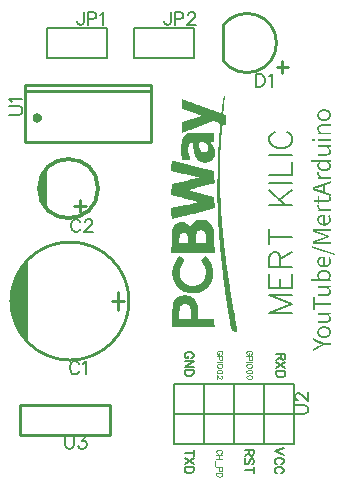
<source format=gto>
G04 Layer: TopSilkLayer*
G04 EasyEDA v6.1.51, Thu, 20 Jun 2019 09:31:38 GMT*
G04 df1c83a976b947f6b6385059747db8e2,42ef34e960d344ed9089ed07ec49d284,10*
G04 Gerber Generator version 0.2*
G04 Scale: 100 percent, Rotated: No, Reflected: No *
G04 Dimensions in millimeters *
G04 leading zeros omitted , absolute positions ,3 integer and 3 decimal *
%FSLAX33Y33*%
%MOMM*%
G90*
G71D02*

%ADD10C,0.254000*%
%ADD25C,0.150012*%
%ADD26C,0.200660*%
%ADD27C,0.299999*%
%ADD28C,0.399999*%
%ADD29C,0.203200*%
%ADD31C,0.152400*%
%ADD32C,0.129997*%
%ADD33C,0.100000*%

%LPD*%

%LPD*%
G36*
G01X20049Y33143D02*
G01X20043Y33143D01*
G01X20036Y33137D01*
G01X20027Y33124D01*
G01X20019Y33105D01*
G01X20010Y33079D01*
G01X20000Y33047D01*
G01X19991Y33009D01*
G01X19981Y32966D01*
G01X19971Y32915D01*
G01X19960Y32859D01*
G01X19950Y32798D01*
G01X19939Y32730D01*
G01X19928Y32657D01*
G01X19918Y32578D01*
G01X19908Y32494D01*
G01X19897Y32404D01*
G01X19886Y32304D01*
G01X19874Y32208D01*
G01X19863Y32116D01*
G01X19851Y32031D01*
G01X19839Y31952D01*
G01X19828Y31881D01*
G01X19818Y31818D01*
G01X19807Y31765D01*
G01X19797Y31722D01*
G01X19789Y31690D01*
G01X19781Y31670D01*
G01X19774Y31663D01*
G01X19769Y31664D01*
G01X19759Y31667D01*
G01X19743Y31672D01*
G01X19723Y31679D01*
G01X19697Y31688D01*
G01X19667Y31698D01*
G01X19633Y31709D01*
G01X19594Y31723D01*
G01X19551Y31738D01*
G01X19504Y31755D01*
G01X19453Y31773D01*
G01X19398Y31793D01*
G01X19340Y31814D01*
G01X19279Y31835D01*
G01X19214Y31859D01*
G01X19146Y31884D01*
G01X19075Y31909D01*
G01X19001Y31936D01*
G01X18925Y31964D01*
G01X18846Y31992D01*
G01X18766Y32022D01*
G01X18682Y32052D01*
G01X18597Y32084D01*
G01X18510Y32116D01*
G01X18421Y32148D01*
G01X18331Y32182D01*
G01X18239Y32215D01*
G01X18146Y32250D01*
G01X18053Y32284D01*
G01X17961Y32318D01*
G01X17871Y32351D01*
G01X17782Y32384D01*
G01X17695Y32416D01*
G01X17609Y32447D01*
G01X17526Y32477D01*
G01X17444Y32507D01*
G01X17365Y32536D01*
G01X17288Y32563D01*
G01X17214Y32590D01*
G01X17143Y32616D01*
G01X17074Y32641D01*
G01X17009Y32664D01*
G01X16946Y32686D01*
G01X16887Y32707D01*
G01X16832Y32726D01*
G01X16780Y32745D01*
G01X16733Y32761D01*
G01X16689Y32776D01*
G01X16649Y32790D01*
G01X16614Y32802D01*
G01X16583Y32812D01*
G01X16556Y32821D01*
G01X16507Y32835D01*
G01X16501Y32836D01*
G01X16489Y32827D01*
G01X16477Y32803D01*
G01X16467Y32764D01*
G01X16458Y32713D01*
G01X16451Y32651D01*
G01X16445Y32579D01*
G01X16442Y32500D01*
G01X16441Y32416D01*
G01X16441Y31996D01*
G01X17314Y31725D01*
G01X18187Y31453D01*
G01X17329Y31167D01*
G01X16471Y30882D01*
G01X16454Y30439D01*
G01X16450Y30350D01*
G01X16449Y30267D01*
G01X16448Y30192D01*
G01X16448Y30126D01*
G01X16450Y30073D01*
G01X16453Y30031D01*
G01X16456Y30006D01*
G01X16461Y29997D01*
G01X16466Y29998D01*
G01X16476Y30001D01*
G01X16493Y30007D01*
G01X16515Y30015D01*
G01X16542Y30024D01*
G01X16575Y30036D01*
G01X16612Y30049D01*
G01X16654Y30064D01*
G01X16701Y30082D01*
G01X16752Y30100D01*
G01X16807Y30120D01*
G01X16866Y30142D01*
G01X16929Y30166D01*
G01X16995Y30190D01*
G01X17064Y30216D01*
G01X17136Y30243D01*
G01X17212Y30271D01*
G01X17290Y30300D01*
G01X17371Y30330D01*
G01X17453Y30361D01*
G01X17538Y30393D01*
G01X17625Y30425D01*
G01X17713Y30458D01*
G01X17803Y30492D01*
G01X19120Y30988D01*
G01X19421Y30880D01*
G01X19721Y30772D01*
G01X19684Y30430D01*
G01X19679Y30387D01*
G01X19674Y30343D01*
G01X19670Y30298D01*
G01X19665Y30251D01*
G01X19661Y30205D01*
G01X19657Y30157D01*
G01X19652Y30109D01*
G01X19648Y30060D01*
G01X19643Y30010D01*
G01X19635Y29908D01*
G01X19631Y29856D01*
G01X19623Y29750D01*
G01X19618Y29696D01*
G01X19614Y29641D01*
G01X19606Y29529D01*
G01X19603Y29473D01*
G01X19595Y29357D01*
G01X19592Y29299D01*
G01X19587Y29240D01*
G01X19580Y29120D01*
G01X19574Y28998D01*
G01X19570Y28937D01*
G01X19567Y28874D01*
G01X19564Y28812D01*
G01X19560Y28749D01*
G01X19551Y28557D01*
G01X19548Y28492D01*
G01X19542Y28361D01*
G01X19536Y28229D01*
G01X19533Y28161D01*
G01X19528Y28027D01*
G01X19525Y27960D01*
G01X19520Y27824D01*
G01X19518Y27755D01*
G01X19515Y27687D01*
G01X19513Y27617D01*
G01X19511Y27548D01*
G01X19508Y27479D01*
G01X19498Y27129D01*
G01X19497Y27059D01*
G01X19492Y26917D01*
G01X19491Y26846D01*
G01X19489Y26776D01*
G01X19488Y26705D01*
G01X19486Y26634D01*
G01X19483Y26492D01*
G01X19480Y26279D01*
G01X19478Y26208D01*
G01X19474Y25924D01*
G01X19474Y25854D01*
G01X19472Y25712D01*
G01X19472Y25642D01*
G01X19471Y25572D01*
G01X19470Y25432D01*
G01X19470Y25362D01*
G01X19469Y25293D01*
G01X19469Y24679D01*
G01X19470Y24546D01*
G01X19471Y24480D01*
G01X19472Y24348D01*
G01X19472Y24283D01*
G01X19474Y24155D01*
G01X19476Y24028D01*
G01X19478Y23903D01*
G01X19479Y23841D01*
G01X19482Y23719D01*
G01X19483Y23659D01*
G01X19486Y23540D01*
G01X19487Y23481D01*
G01X19489Y23423D01*
G01X19493Y23309D01*
G01X19497Y23197D01*
G01X19499Y23142D01*
G01X19503Y23034D01*
G01X19506Y22981D01*
G01X19508Y22929D01*
G01X19510Y22878D01*
G01X19513Y22827D01*
G01X19515Y22777D01*
G01X19518Y22727D01*
G01X19521Y22679D01*
G01X19524Y22616D01*
G01X19529Y22552D01*
G01X19532Y22489D01*
G01X19540Y22361D01*
G01X19544Y22296D01*
G01X19552Y22168D01*
G01X19557Y22103D01*
G01X19561Y22038D01*
G01X19570Y21908D01*
G01X19575Y21842D01*
G01X19579Y21777D01*
G01X19588Y21646D01*
G01X19594Y21580D01*
G01X19599Y21515D01*
G01X19603Y21449D01*
G01X19608Y21382D01*
G01X19613Y21316D01*
G01X19619Y21250D01*
G01X19629Y21117D01*
G01X19640Y20984D01*
G01X19645Y20917D01*
G01X19663Y20716D01*
G01X19674Y20582D01*
G01X19686Y20448D01*
G01X19692Y20380D01*
G01X19704Y20246D01*
G01X19710Y20178D01*
G01X19723Y20043D01*
G01X19729Y19976D01*
G01X19735Y19908D01*
G01X19782Y19435D01*
G01X19789Y19368D01*
G01X19795Y19300D01*
G01X19802Y19232D01*
G01X19817Y19097D01*
G01X19824Y19030D01*
G01X19845Y18827D01*
G01X19853Y18760D01*
G01X19860Y18692D01*
G01X19874Y18558D01*
G01X19913Y18222D01*
G01X19920Y18156D01*
G01X19936Y18022D01*
G01X19944Y17956D01*
G01X19952Y17889D01*
G01X19959Y17823D01*
G01X19967Y17757D01*
G01X19976Y17690D01*
G01X19983Y17624D01*
G01X19999Y17492D01*
G01X20008Y17426D01*
G01X20024Y17295D01*
G01X20032Y17230D01*
G01X20041Y17165D01*
G01X20049Y17100D01*
G01X20058Y17035D01*
G01X20066Y16970D01*
G01X20075Y16905D01*
G01X20083Y16841D01*
G01X20092Y16777D01*
G01X20100Y16712D01*
G01X20109Y16648D01*
G01X20117Y16585D01*
G01X20135Y16457D01*
G01X20144Y16394D01*
G01X20152Y16331D01*
G01X20162Y16268D01*
G01X20170Y16205D01*
G01X20179Y16143D01*
G01X20188Y16080D01*
G01X20215Y15894D01*
G01X20233Y15772D01*
G01X20242Y15710D01*
G01X20251Y15650D01*
G01X20260Y15589D01*
G01X20278Y15469D01*
G01X20288Y15409D01*
G01X20315Y15230D01*
G01X20325Y15171D01*
G01X20343Y15055D01*
G01X20353Y14997D01*
G01X20362Y14939D01*
G01X20372Y14881D01*
G01X20381Y14824D01*
G01X20391Y14767D01*
G01X20400Y14711D01*
G01X20409Y14654D01*
G01X20429Y14542D01*
G01X20438Y14487D01*
G01X20448Y14432D01*
G01X20457Y14377D01*
G01X20467Y14322D01*
G01X20496Y14161D01*
G01X20505Y14107D01*
G01X20515Y14054D01*
G01X20534Y13950D01*
G01X20545Y13898D01*
G01X20564Y13795D01*
G01X20670Y13242D01*
G01X20904Y13187D01*
G01X20997Y13167D01*
G01X21076Y13154D01*
G01X21132Y13149D01*
G01X21159Y13153D01*
G01X21160Y13157D01*
G01X21159Y13167D01*
G01X21158Y13182D01*
G01X21156Y13202D01*
G01X21152Y13227D01*
G01X21148Y13257D01*
G01X21143Y13291D01*
G01X21137Y13330D01*
G01X21131Y13374D01*
G01X21123Y13421D01*
G01X21115Y13473D01*
G01X21106Y13528D01*
G01X21096Y13587D01*
G01X21086Y13649D01*
G01X21074Y13716D01*
G01X21063Y13785D01*
G01X21051Y13857D01*
G01X21038Y13933D01*
G01X21024Y14011D01*
G01X21010Y14091D01*
G01X20996Y14175D01*
G01X20980Y14260D01*
G01X20965Y14347D01*
G01X20949Y14437D01*
G01X20933Y14528D01*
G01X20916Y14621D01*
G01X20882Y14811D01*
G01X20869Y14884D01*
G01X20842Y15030D01*
G01X20830Y15102D01*
G01X20816Y15175D01*
G01X20804Y15247D01*
G01X20791Y15320D01*
G01X20753Y15536D01*
G01X20741Y15608D01*
G01X20728Y15680D01*
G01X20679Y15966D01*
G01X20667Y16038D01*
G01X20655Y16109D01*
G01X20644Y16180D01*
G01X20631Y16251D01*
G01X20620Y16322D01*
G01X20608Y16393D01*
G01X20597Y16464D01*
G01X20585Y16535D01*
G01X20574Y16606D01*
G01X20562Y16676D01*
G01X20540Y16817D01*
G01X20506Y17027D01*
G01X20496Y17097D01*
G01X20474Y17237D01*
G01X20442Y17446D01*
G01X20432Y17515D01*
G01X20421Y17584D01*
G01X20411Y17654D01*
G01X20391Y17792D01*
G01X20380Y17861D01*
G01X20370Y17930D01*
G01X20360Y17998D01*
G01X20350Y18068D01*
G01X20341Y18136D01*
G01X20331Y18205D01*
G01X20311Y18341D01*
G01X20293Y18477D01*
G01X20283Y18546D01*
G01X20265Y18682D01*
G01X20255Y18749D01*
G01X20237Y18885D01*
G01X20229Y18952D01*
G01X20219Y19020D01*
G01X20211Y19087D01*
G01X20202Y19155D01*
G01X20176Y19356D01*
G01X20168Y19423D01*
G01X20159Y19489D01*
G01X20143Y19623D01*
G01X20127Y19756D01*
G01X20119Y19822D01*
G01X20111Y19889D01*
G01X20087Y20087D01*
G01X20073Y20219D01*
G01X20065Y20284D01*
G01X20057Y20350D01*
G01X20043Y20482D01*
G01X20036Y20547D01*
G01X20028Y20612D01*
G01X20022Y20677D01*
G01X20015Y20743D01*
G01X19994Y20938D01*
G01X19987Y21002D01*
G01X19975Y21132D01*
G01X19961Y21261D01*
G01X19949Y21389D01*
G01X19943Y21454D01*
G01X19936Y21518D01*
G01X19931Y21582D01*
G01X19919Y21710D01*
G01X19913Y21773D01*
G01X19908Y21837D01*
G01X19885Y22091D01*
G01X19880Y22154D01*
G01X19874Y22218D01*
G01X19854Y22470D01*
G01X19849Y22532D01*
G01X19845Y22595D01*
G01X19839Y22658D01*
G01X19826Y22845D01*
G01X19821Y22907D01*
G01X19817Y22970D01*
G01X19813Y23032D01*
G01X19808Y23094D01*
G01X19800Y23218D01*
G01X19796Y23279D01*
G01X19788Y23403D01*
G01X19780Y23525D01*
G01X19773Y23648D01*
G01X19766Y23770D01*
G01X19763Y23832D01*
G01X19759Y23893D01*
G01X19756Y23953D01*
G01X19750Y24075D01*
G01X19743Y24196D01*
G01X19741Y24257D01*
G01X19735Y24377D01*
G01X19733Y24437D01*
G01X19730Y24498D01*
G01X19728Y24558D01*
G01X19720Y24738D01*
G01X19718Y24797D01*
G01X19716Y24857D01*
G01X19708Y25095D01*
G01X19704Y25213D01*
G01X19703Y25273D01*
G01X19698Y25449D01*
G01X19696Y25567D01*
G01X19694Y25625D01*
G01X19693Y25684D01*
G01X19690Y25859D01*
G01X19690Y25917D01*
G01X19689Y25976D01*
G01X19688Y26033D01*
G01X19687Y26091D01*
G01X19686Y26207D01*
G01X19686Y26323D01*
G01X19685Y26380D01*
G01X19685Y26782D01*
G01X19687Y27009D01*
G01X19688Y27066D01*
G01X19688Y27123D01*
G01X19690Y27235D01*
G01X19693Y27405D01*
G01X19694Y27460D01*
G01X19695Y27517D01*
G01X19697Y27629D01*
G01X19700Y27740D01*
G01X19702Y27796D01*
G01X19703Y27852D01*
G01X19705Y27907D01*
G01X19707Y27963D01*
G01X19708Y28018D01*
G01X19710Y28074D01*
G01X19712Y28128D01*
G01X19717Y28239D01*
G01X19723Y28404D01*
G01X19728Y28514D01*
G01X19731Y28568D01*
G01X19733Y28623D01*
G01X19739Y28731D01*
G01X19741Y28786D01*
G01X19751Y28949D01*
G01X19763Y29165D01*
G01X19767Y29219D01*
G01X19770Y29272D01*
G01X19774Y29326D01*
G01X19777Y29379D01*
G01X19788Y29533D01*
G01X19798Y29674D01*
G01X19807Y29803D01*
G01X19816Y29921D01*
G01X19824Y30027D01*
G01X19832Y30123D01*
G01X19839Y30209D01*
G01X19847Y30285D01*
G01X19855Y30353D01*
G01X19863Y30412D01*
G01X19871Y30463D01*
G01X19880Y30506D01*
G01X19889Y30544D01*
G01X19898Y30573D01*
G01X19909Y30598D01*
G01X19920Y30617D01*
G01X19932Y30631D01*
G01X19946Y30642D01*
G01X19960Y30648D01*
G01X19976Y30650D01*
G01X19993Y30650D01*
G01X20012Y30648D01*
G01X20032Y30644D01*
G01X20055Y30639D01*
G01X20104Y30627D01*
G01X20142Y30624D01*
G01X20169Y30634D01*
G01X20187Y30662D01*
G01X20198Y30713D01*
G01X20204Y30790D01*
G01X20206Y30900D01*
G01X20206Y31045D01*
G01X20205Y31179D01*
G01X20202Y31284D01*
G01X20196Y31364D01*
G01X20185Y31423D01*
G01X20169Y31464D01*
G01X20146Y31492D01*
G01X20116Y31511D01*
G01X20077Y31523D01*
G01X20011Y31550D01*
G01X19976Y31596D01*
G01X19968Y31677D01*
G01X19982Y31811D01*
G01X19987Y31850D01*
G01X19992Y31897D01*
G01X19998Y31952D01*
G01X20005Y32013D01*
G01X20011Y32079D01*
G01X20018Y32149D01*
G01X20024Y32222D01*
G01X20031Y32298D01*
G01X20038Y32375D01*
G01X20044Y32453D01*
G01X20051Y32529D01*
G01X20056Y32604D01*
G01X20062Y32689D01*
G01X20067Y32767D01*
G01X20070Y32836D01*
G01X20072Y32898D01*
G01X20073Y32953D01*
G01X20073Y33001D01*
G01X20071Y33042D01*
G01X20069Y33076D01*
G01X20065Y33103D01*
G01X20060Y33124D01*
G01X20055Y33137D01*
G01X20049Y33143D01*
G37*

%LPD*%
G36*
G01X16785Y16238D02*
G01X16718Y16240D01*
G01X16652Y16238D01*
G01X16586Y16234D01*
G01X16521Y16227D01*
G01X16458Y16216D01*
G01X16396Y16203D01*
G01X16337Y16186D01*
G01X16280Y16168D01*
G01X16227Y16145D01*
G01X16177Y16120D01*
G01X16132Y16092D01*
G01X16086Y16061D01*
G01X16044Y16031D01*
G01X16005Y16003D01*
G01X15968Y15975D01*
G01X15935Y15947D01*
G01X15904Y15919D01*
G01X15876Y15891D01*
G01X15849Y15861D01*
G01X15825Y15831D01*
G01X15803Y15799D01*
G01X15784Y15765D01*
G01X15766Y15729D01*
G01X15750Y15691D01*
G01X15735Y15649D01*
G01X15723Y15604D01*
G01X15711Y15556D01*
G01X15701Y15504D01*
G01X15693Y15447D01*
G01X15685Y15385D01*
G01X15678Y15319D01*
G01X15673Y15247D01*
G01X15668Y15168D01*
G01X15664Y15085D01*
G01X15660Y14994D01*
G01X15657Y14897D01*
G01X15655Y14792D01*
G01X15652Y14680D01*
G01X15649Y14560D01*
G01X15630Y13515D01*
G01X19225Y13515D01*
G01X19206Y13870D01*
G01X19188Y14225D01*
G01X18524Y14243D01*
G01X17860Y14260D01*
G01X17858Y14675D01*
G01X17857Y14759D01*
G01X17855Y14840D01*
G01X17852Y14917D01*
G01X17848Y14991D01*
G01X17842Y15062D01*
G01X17836Y15130D01*
G01X17828Y15195D01*
G01X17819Y15257D01*
G01X17809Y15317D01*
G01X17797Y15374D01*
G01X17785Y15428D01*
G01X17770Y15480D01*
G01X17754Y15530D01*
G01X17737Y15578D01*
G01X17718Y15624D01*
G01X17697Y15668D01*
G01X17675Y15710D01*
G01X17650Y15751D01*
G01X17625Y15790D01*
G01X17597Y15827D01*
G01X17568Y15864D01*
G01X17536Y15899D01*
G01X17503Y15933D01*
G01X17468Y15966D01*
G01X17431Y15998D01*
G01X17391Y16030D01*
G01X17349Y16061D01*
G01X17306Y16092D01*
G01X17260Y16120D01*
G01X17211Y16145D01*
G01X17157Y16168D01*
G01X17100Y16186D01*
G01X17041Y16203D01*
G01X16979Y16216D01*
G01X16916Y16227D01*
G01X16851Y16234D01*
G01X16785Y16238D01*
G37*

%LPC*%
G36*
G01X16781Y15489D02*
G01X16726Y15490D01*
G01X16672Y15485D01*
G01X16618Y15475D01*
G01X16566Y15459D01*
G01X16517Y15439D01*
G01X16470Y15414D01*
G01X16428Y15383D01*
G01X16390Y15348D01*
G01X16363Y15318D01*
G01X16340Y15288D01*
G01X16321Y15257D01*
G01X16304Y15223D01*
G01X16291Y15186D01*
G01X16280Y15145D01*
G01X16271Y15097D01*
G01X16265Y15042D01*
G01X16261Y14979D01*
G01X16258Y14907D01*
G01X16256Y14824D01*
G01X16256Y14256D01*
G01X17243Y14256D01*
G01X17243Y14617D01*
G01X17242Y14695D01*
G01X17239Y14771D01*
G01X17233Y14843D01*
G01X17226Y14912D01*
G01X17217Y14978D01*
G01X17205Y15040D01*
G01X17192Y15098D01*
G01X17177Y15152D01*
G01X17160Y15202D01*
G01X17141Y15249D01*
G01X17121Y15290D01*
G01X17099Y15328D01*
G01X17075Y15360D01*
G01X17050Y15388D01*
G01X17023Y15412D01*
G01X16994Y15430D01*
G01X16943Y15453D01*
G01X16891Y15471D01*
G01X16837Y15483D01*
G01X16781Y15489D01*
G37*

%LPD*%
G36*
G01X18666Y19384D02*
G01X18488Y19596D01*
G01X18274Y19390D01*
G01X18060Y19185D01*
G01X18269Y18874D01*
G01X18311Y18811D01*
G01X18347Y18753D01*
G01X18378Y18699D01*
G01X18404Y18649D01*
G01X18425Y18601D01*
G01X18441Y18552D01*
G01X18454Y18503D01*
G01X18464Y18451D01*
G01X18470Y18394D01*
G01X18474Y18332D01*
G01X18476Y18263D01*
G01X18476Y18185D01*
G01X18475Y18121D01*
G01X18471Y18058D01*
G01X18465Y17997D01*
G01X18457Y17937D01*
G01X18445Y17879D01*
G01X18432Y17822D01*
G01X18417Y17767D01*
G01X18399Y17713D01*
G01X18379Y17662D01*
G01X18358Y17612D01*
G01X18333Y17564D01*
G01X18307Y17517D01*
G01X18279Y17473D01*
G01X18249Y17431D01*
G01X18216Y17390D01*
G01X18182Y17351D01*
G01X18147Y17315D01*
G01X18109Y17280D01*
G01X18069Y17248D01*
G01X18028Y17217D01*
G01X17985Y17189D01*
G01X17940Y17163D01*
G01X17893Y17139D01*
G01X17846Y17118D01*
G01X17796Y17099D01*
G01X17744Y17083D01*
G01X17692Y17068D01*
G01X17638Y17057D01*
G01X17582Y17047D01*
G01X17525Y17040D01*
G01X17467Y17036D01*
G01X17407Y17035D01*
G01X17341Y17036D01*
G01X17277Y17040D01*
G01X17214Y17048D01*
G01X17152Y17059D01*
G01X17092Y17072D01*
G01X17033Y17089D01*
G01X16976Y17108D01*
G01X16920Y17131D01*
G01X16866Y17156D01*
G01X16814Y17184D01*
G01X16764Y17214D01*
G01X16716Y17247D01*
G01X16670Y17283D01*
G01X16625Y17321D01*
G01X16583Y17362D01*
G01X16544Y17405D01*
G01X16505Y17451D01*
G01X16470Y17499D01*
G01X16437Y17549D01*
G01X16407Y17601D01*
G01X16379Y17656D01*
G01X16354Y17713D01*
G01X16331Y17772D01*
G01X16311Y17833D01*
G01X16295Y17893D01*
G01X16281Y17953D01*
G01X16271Y18012D01*
G01X16264Y18071D01*
G01X16261Y18130D01*
G01X16261Y18188D01*
G01X16264Y18247D01*
G01X16271Y18306D01*
G01X16281Y18365D01*
G01X16296Y18425D01*
G01X16313Y18485D01*
G01X16334Y18547D01*
G01X16359Y18609D01*
G01X16388Y18672D01*
G01X16420Y18737D01*
G01X16456Y18803D01*
G01X16496Y18870D01*
G01X16539Y18940D01*
G01X16587Y19011D01*
G01X16639Y19084D01*
G01X16671Y19145D01*
G01X16668Y19205D01*
G01X16624Y19277D01*
G01X16535Y19377D01*
G01X16460Y19450D01*
G01X16387Y19510D01*
G01X16324Y19550D01*
G01X16280Y19565D01*
G01X16257Y19559D01*
G01X16229Y19541D01*
G01X16197Y19512D01*
G01X16162Y19475D01*
G01X16123Y19429D01*
G01X16084Y19376D01*
G01X16043Y19316D01*
G01X16002Y19251D01*
G01X15960Y19183D01*
G01X15920Y19111D01*
G01X15881Y19037D01*
G01X15844Y18963D01*
G01X15809Y18888D01*
G01X15778Y18815D01*
G01X15752Y18744D01*
G01X15729Y18677D01*
G01X15712Y18616D01*
G01X15697Y18556D01*
G01X15684Y18496D01*
G01X15673Y18436D01*
G01X15664Y18377D01*
G01X15657Y18319D01*
G01X15652Y18261D01*
G01X15648Y18203D01*
G01X15647Y18145D01*
G01X15648Y18087D01*
G01X15651Y18029D01*
G01X15656Y17972D01*
G01X15663Y17915D01*
G01X15672Y17858D01*
G01X15683Y17801D01*
G01X15696Y17743D01*
G01X15711Y17683D01*
G01X15730Y17623D01*
G01X15751Y17563D01*
G01X15774Y17503D01*
G01X15799Y17444D01*
G01X15827Y17385D01*
G01X15857Y17326D01*
G01X15888Y17269D01*
G01X15922Y17213D01*
G01X15957Y17157D01*
G01X15994Y17102D01*
G01X16032Y17050D01*
G01X16073Y16998D01*
G01X16114Y16948D01*
G01X16156Y16900D01*
G01X16200Y16853D01*
G01X16245Y16808D01*
G01X16291Y16766D01*
G01X16338Y16725D01*
G01X16386Y16687D01*
G01X16434Y16652D01*
G01X16483Y16619D01*
G01X16532Y16588D01*
G01X16583Y16561D01*
G01X16618Y16544D01*
G01X16658Y16529D01*
G01X16703Y16514D01*
G01X16751Y16500D01*
G01X16803Y16488D01*
G01X16858Y16476D01*
G01X16916Y16466D01*
G01X16976Y16457D01*
G01X17039Y16449D01*
G01X17103Y16441D01*
G01X17168Y16436D01*
G01X17234Y16431D01*
G01X17301Y16428D01*
G01X17368Y16426D01*
G01X17434Y16425D01*
G01X17500Y16425D01*
G01X17565Y16427D01*
G01X17628Y16430D01*
G01X17690Y16435D01*
G01X17749Y16441D01*
G01X17805Y16448D01*
G01X17859Y16457D01*
G01X17910Y16467D01*
G01X17956Y16479D01*
G01X18004Y16494D01*
G01X18053Y16512D01*
G01X18102Y16533D01*
G01X18152Y16557D01*
G01X18202Y16584D01*
G01X18251Y16613D01*
G01X18301Y16645D01*
G01X18350Y16678D01*
G01X18399Y16714D01*
G01X18447Y16752D01*
G01X18494Y16792D01*
G01X18586Y16876D01*
G01X18630Y16921D01*
G01X18673Y16967D01*
G01X18714Y17013D01*
G01X18753Y17061D01*
G01X18791Y17110D01*
G01X18826Y17159D01*
G01X18860Y17210D01*
G01X18891Y17260D01*
G01X18920Y17311D01*
G01X18946Y17361D01*
G01X18969Y17412D01*
G01X18996Y17476D01*
G01X19019Y17536D01*
G01X19038Y17594D01*
G01X19054Y17650D01*
G01X19067Y17707D01*
G01X19076Y17766D01*
G01X19084Y17828D01*
G01X19088Y17894D01*
G01X19090Y17966D01*
G01X19090Y18046D01*
G01X19088Y18134D01*
G01X19084Y18232D01*
G01X19079Y18310D01*
G01X19074Y18385D01*
G01X19067Y18456D01*
G01X19059Y18524D01*
G01X19050Y18589D01*
G01X19039Y18651D01*
G01X19026Y18710D01*
G01X19011Y18768D01*
G01X18995Y18823D01*
G01X18977Y18877D01*
G01X18957Y18929D01*
G01X18935Y18980D01*
G01X18910Y19031D01*
G01X18883Y19081D01*
G01X18853Y19130D01*
G01X18821Y19180D01*
G01X18787Y19230D01*
G01X18750Y19280D01*
G01X18710Y19331D01*
G01X18666Y19384D01*
G37*

%LPD*%
G36*
G01X18242Y22646D02*
G01X18175Y22648D01*
G01X18092Y22645D01*
G01X18015Y22641D01*
G01X17942Y22633D01*
G01X17873Y22622D01*
G01X17809Y22610D01*
G01X17750Y22593D01*
G01X17694Y22574D01*
G01X17641Y22552D01*
G01X17593Y22526D01*
G01X17548Y22497D01*
G01X17506Y22465D01*
G01X17467Y22429D01*
G01X17431Y22390D01*
G01X17397Y22347D01*
G01X17366Y22300D01*
G01X17338Y22249D01*
G01X17207Y22002D01*
G01X17014Y22197D01*
G01X16972Y22237D01*
G01X16928Y22273D01*
G01X16882Y22305D01*
G01X16836Y22334D01*
G01X16788Y22360D01*
G01X16739Y22382D01*
G01X16689Y22401D01*
G01X16639Y22416D01*
G01X16588Y22428D01*
G01X16537Y22436D01*
G01X16485Y22441D01*
G01X16434Y22443D01*
G01X16382Y22441D01*
G01X16331Y22437D01*
G01X16280Y22429D01*
G01X16230Y22417D01*
G01X16181Y22402D01*
G01X16132Y22385D01*
G01X16085Y22364D01*
G01X16039Y22339D01*
G01X15993Y22312D01*
G01X15950Y22281D01*
G01X15909Y22248D01*
G01X15869Y22211D01*
G01X15831Y22171D01*
G01X15796Y22128D01*
G01X15763Y22083D01*
G01X15733Y22033D01*
G01X15717Y22006D01*
G01X15702Y21978D01*
G01X15689Y21949D01*
G01X15677Y21919D01*
G01X15666Y21887D01*
G01X15657Y21852D01*
G01X15647Y21815D01*
G01X15639Y21774D01*
G01X15632Y21730D01*
G01X15626Y21681D01*
G01X15619Y21627D01*
G01X15614Y21566D01*
G01X15610Y21500D01*
G01X15606Y21427D01*
G01X15602Y21347D01*
G01X15598Y21258D01*
G01X15595Y21161D01*
G01X15592Y21056D01*
G01X15590Y20940D01*
G01X15586Y20815D01*
G01X15566Y19812D01*
G01X19231Y19812D01*
G01X19209Y20815D01*
G01X19206Y20948D01*
G01X19203Y21070D01*
G01X19200Y21181D01*
G01X19196Y21281D01*
G01X19193Y21372D01*
G01X19189Y21453D01*
G01X19185Y21528D01*
G01X19179Y21594D01*
G01X19173Y21654D01*
G01X19167Y21707D01*
G01X19159Y21757D01*
G01X19151Y21801D01*
G01X19141Y21842D01*
G01X19130Y21880D01*
G01X19118Y21917D01*
G01X19104Y21951D01*
G01X19089Y21986D01*
G01X19054Y22056D01*
G01X19033Y22093D01*
G01X18993Y22161D01*
G01X18951Y22224D01*
G01X18907Y22283D01*
G01X18862Y22338D01*
G01X18814Y22388D01*
G01X18765Y22434D01*
G01X18714Y22475D01*
G01X18661Y22512D01*
G01X18607Y22545D01*
G01X18551Y22572D01*
G01X18492Y22596D01*
G01X18433Y22615D01*
G01X18371Y22630D01*
G01X18307Y22640D01*
G01X18242Y22646D01*
G37*

%LPC*%
G36*
G01X18142Y21722D02*
G01X18087Y21724D01*
G01X18002Y21721D01*
G01X17930Y21712D01*
G01X17870Y21696D01*
G01X17821Y21671D01*
G01X17778Y21636D01*
G01X17742Y21590D01*
G01X17710Y21531D01*
G01X17679Y21457D01*
G01X17666Y21417D01*
G01X17654Y21366D01*
G01X17642Y21309D01*
G01X17633Y21246D01*
G01X17625Y21180D01*
G01X17618Y21112D01*
G01X17615Y21045D01*
G01X17613Y20980D01*
G01X17613Y20676D01*
G01X18539Y20676D01*
G01X18539Y21038D01*
G01X18537Y21120D01*
G01X18532Y21198D01*
G01X18523Y21270D01*
G01X18511Y21337D01*
G01X18495Y21398D01*
G01X18475Y21455D01*
G01X18452Y21506D01*
G01X18425Y21552D01*
G01X18395Y21592D01*
G01X18362Y21628D01*
G01X18325Y21657D01*
G01X18284Y21681D01*
G01X18240Y21700D01*
G01X18193Y21713D01*
G01X18142Y21722D01*
G37*
G36*
G01X16666Y21535D02*
G01X16624Y21535D01*
G01X16581Y21529D01*
G01X16535Y21517D01*
G01X16489Y21499D01*
G01X16441Y21475D01*
G01X16393Y21444D01*
G01X16354Y21414D01*
G01X16324Y21382D01*
G01X16300Y21345D01*
G01X16281Y21302D01*
G01X16269Y21249D01*
G01X16261Y21185D01*
G01X16257Y21106D01*
G01X16256Y21012D01*
G01X16256Y20676D01*
G01X16996Y20676D01*
G01X16996Y20984D01*
G01X16994Y21054D01*
G01X16988Y21119D01*
G01X16978Y21180D01*
G01X16965Y21236D01*
G01X16948Y21289D01*
G01X16928Y21337D01*
G01X16904Y21379D01*
G01X16877Y21417D01*
G01X16848Y21450D01*
G01X16816Y21478D01*
G01X16782Y21501D01*
G01X16746Y21517D01*
G01X16707Y21529D01*
G01X16666Y21535D01*
G37*

%LPD*%
G36*
G01X15629Y27649D02*
G01X15623Y27649D01*
G01X15613Y27641D01*
G01X15605Y27614D01*
G01X15597Y27572D01*
G01X15590Y27516D01*
G01X15584Y27448D01*
G01X15580Y27371D01*
G01X15577Y27285D01*
G01X15576Y27192D01*
G01X15576Y26734D01*
G01X15931Y26661D01*
G01X15963Y26655D01*
G01X15999Y26647D01*
G01X16040Y26639D01*
G01X16084Y26629D01*
G01X16132Y26619D01*
G01X16183Y26608D01*
G01X16237Y26596D01*
G01X16294Y26584D01*
G01X16354Y26571D01*
G01X16415Y26558D01*
G01X16479Y26544D01*
G01X16544Y26530D01*
G01X16676Y26500D01*
G01X16812Y26470D01*
G01X16947Y26440D01*
G01X17014Y26425D01*
G01X17080Y26410D01*
G01X17188Y26386D01*
G01X17292Y26363D01*
G01X17391Y26340D01*
G01X17485Y26319D01*
G01X17573Y26300D01*
G01X17652Y26282D01*
G01X17723Y26266D01*
G01X17785Y26252D01*
G01X17835Y26241D01*
G01X17874Y26233D01*
G01X17901Y26227D01*
G01X17914Y26224D01*
G01X17913Y26223D01*
G01X17904Y26219D01*
G01X17889Y26214D01*
G01X17866Y26207D01*
G01X17836Y26199D01*
G01X17800Y26189D01*
G01X17758Y26177D01*
G01X17710Y26164D01*
G01X17656Y26150D01*
G01X17597Y26135D01*
G01X17533Y26118D01*
G01X17464Y26100D01*
G01X17391Y26081D01*
G01X17314Y26062D01*
G01X17232Y26041D01*
G01X17060Y25998D01*
G01X16969Y25975D01*
G01X16876Y25952D01*
G01X16780Y25928D01*
G01X15607Y25640D01*
G01X15572Y24716D01*
G01X16670Y24447D01*
G01X16760Y24425D01*
G01X16848Y24403D01*
G01X16935Y24381D01*
G01X17020Y24360D01*
G01X17102Y24339D01*
G01X17258Y24300D01*
G01X17332Y24280D01*
G01X17402Y24263D01*
G01X17468Y24245D01*
G01X17529Y24229D01*
G01X17586Y24214D01*
G01X17638Y24200D01*
G01X17686Y24186D01*
G01X17727Y24175D01*
G01X17763Y24165D01*
G01X17793Y24155D01*
G01X17817Y24148D01*
G01X17833Y24142D01*
G01X17843Y24138D01*
G01X17845Y24134D01*
G01X17840Y24129D01*
G01X17827Y24122D01*
G01X17807Y24114D01*
G01X17780Y24104D01*
G01X17746Y24093D01*
G01X17706Y24082D01*
G01X17661Y24069D01*
G01X17609Y24055D01*
G01X17552Y24040D01*
G01X17490Y24024D01*
G01X17423Y24008D01*
G01X17352Y23991D01*
G01X17276Y23974D01*
G01X17196Y23955D01*
G01X17112Y23937D01*
G01X17026Y23918D01*
G01X16936Y23898D01*
G01X16843Y23879D01*
G01X16747Y23859D01*
G01X15576Y23619D01*
G01X15576Y23166D01*
G01X15578Y23070D01*
G01X15581Y22983D01*
G01X15586Y22906D01*
G01X15594Y22840D01*
G01X15603Y22786D01*
G01X15614Y22746D01*
G01X15626Y22721D01*
G01X15639Y22713D01*
G01X15646Y22714D01*
G01X15676Y22719D01*
G01X15700Y22724D01*
G01X15729Y22731D01*
G01X15763Y22739D01*
G01X15802Y22748D01*
G01X15846Y22758D01*
G01X15895Y22769D01*
G01X15948Y22782D01*
G01X16005Y22795D01*
G01X16066Y22810D01*
G01X16132Y22825D01*
G01X16200Y22842D01*
G01X16273Y22860D01*
G01X16349Y22878D01*
G01X16428Y22898D01*
G01X16511Y22917D01*
G01X16683Y22960D01*
G01X16774Y22982D01*
G01X16867Y23005D01*
G01X16961Y23029D01*
G01X17058Y23053D01*
G01X17157Y23077D01*
G01X17257Y23102D01*
G01X17359Y23127D01*
G01X17463Y23153D01*
G01X19223Y23594D01*
G01X19188Y24588D01*
G01X18169Y24843D01*
G01X18065Y24870D01*
G01X17963Y24895D01*
G01X17863Y24920D01*
G01X17767Y24945D01*
G01X17674Y24968D01*
G01X17586Y24991D01*
G01X17503Y25012D01*
G01X17424Y25032D01*
G01X17352Y25051D01*
G01X17287Y25068D01*
G01X17229Y25083D01*
G01X17178Y25096D01*
G01X17136Y25107D01*
G01X17102Y25117D01*
G01X17078Y25124D01*
G01X17064Y25128D01*
G01X17060Y25132D01*
G01X17065Y25138D01*
G01X17079Y25147D01*
G01X17101Y25158D01*
G01X17131Y25170D01*
G01X17168Y25184D01*
G01X17213Y25199D01*
G01X17264Y25217D01*
G01X17322Y25235D01*
G01X17386Y25255D01*
G01X17454Y25275D01*
G01X17529Y25297D01*
G01X17607Y25319D01*
G01X17690Y25342D01*
G01X17777Y25365D01*
G01X17867Y25389D01*
G01X17940Y25408D01*
G01X18014Y25427D01*
G01X18086Y25447D01*
G01X18159Y25466D01*
G01X18230Y25484D01*
G01X18301Y25503D01*
G01X18369Y25520D01*
G01X18436Y25538D01*
G01X18501Y25554D01*
G01X18563Y25571D01*
G01X18623Y25586D01*
G01X18680Y25601D01*
G01X18733Y25615D01*
G01X18783Y25628D01*
G01X18829Y25640D01*
G01X18870Y25651D01*
G01X18907Y25661D01*
G01X18940Y25669D01*
G01X18967Y25676D01*
G01X18990Y25682D01*
G01X19223Y25743D01*
G01X19205Y26244D01*
G01X19188Y26744D01*
G01X17428Y27196D01*
G01X17325Y27223D01*
G01X17224Y27249D01*
G01X17124Y27275D01*
G01X17025Y27299D01*
G01X16929Y27324D01*
G01X16834Y27348D01*
G01X16742Y27372D01*
G01X16652Y27394D01*
G01X16564Y27417D01*
G01X16480Y27438D01*
G01X16398Y27459D01*
G01X16320Y27479D01*
G01X16040Y27549D01*
G01X15979Y27564D01*
G01X15922Y27578D01*
G01X15870Y27591D01*
G01X15823Y27603D01*
G01X15780Y27613D01*
G01X15741Y27623D01*
G01X15708Y27631D01*
G01X15680Y27637D01*
G01X15657Y27643D01*
G01X15640Y27646D01*
G01X15629Y27649D01*
G37*

%LPD*%
G36*
G01X19219Y29997D02*
G01X17920Y29997D01*
G01X17774Y29996D01*
G01X17643Y29996D01*
G01X17527Y29995D01*
G01X17423Y29994D01*
G01X17331Y29992D01*
G01X17250Y29990D01*
G01X17180Y29986D01*
G01X17118Y29982D01*
G01X17064Y29977D01*
G01X17018Y29970D01*
G01X16977Y29962D01*
G01X16942Y29953D01*
G01X16910Y29942D01*
G01X16882Y29929D01*
G01X16856Y29915D01*
G01X16832Y29899D01*
G01X16807Y29881D01*
G01X16782Y29860D01*
G01X16755Y29838D01*
G01X16724Y29810D01*
G01X16695Y29779D01*
G01X16667Y29745D01*
G01X16640Y29708D01*
G01X16615Y29668D01*
G01X16590Y29626D01*
G01X16567Y29580D01*
G01X16545Y29533D01*
G01X16524Y29483D01*
G01X16504Y29431D01*
G01X16487Y29377D01*
G01X16470Y29320D01*
G01X16455Y29262D01*
G01X16440Y29202D01*
G01X16428Y29141D01*
G01X16417Y29078D01*
G01X16407Y29014D01*
G01X16399Y28949D01*
G01X16387Y28815D01*
G01X16384Y28747D01*
G01X16381Y28678D01*
G01X16381Y28608D01*
G01X16382Y28538D01*
G01X16385Y28468D01*
G01X16389Y28397D01*
G01X16395Y28326D01*
G01X16403Y28255D01*
G01X16412Y28185D01*
G01X16424Y28114D01*
G01X16436Y28045D01*
G01X16451Y27975D01*
G01X16510Y27713D01*
G01X16846Y27713D01*
G01X16976Y27714D01*
G01X17083Y27719D01*
G01X17155Y27725D01*
G01X17182Y27733D01*
G01X17152Y27833D01*
G01X17120Y27930D01*
G01X17063Y28104D01*
G01X17047Y28165D01*
G01X17034Y28228D01*
G01X17024Y28292D01*
G01X17015Y28356D01*
G01X17009Y28422D01*
G01X17005Y28487D01*
G01X17004Y28551D01*
G01X17004Y28615D01*
G01X17007Y28677D01*
G01X17013Y28737D01*
G01X17020Y28794D01*
G01X17030Y28849D01*
G01X17041Y28901D01*
G01X17055Y28948D01*
G01X17071Y28992D01*
G01X17089Y29030D01*
G01X17108Y29063D01*
G01X17130Y29091D01*
G01X17154Y29111D01*
G01X17198Y29142D01*
G01X17237Y29162D01*
G01X17272Y29173D01*
G01X17302Y29172D01*
G01X17328Y29161D01*
G01X17351Y29137D01*
G01X17371Y29101D01*
G01X17388Y29051D01*
G01X17404Y28988D01*
G01X17418Y28910D01*
G01X17431Y28816D01*
G01X17443Y28707D01*
G01X17452Y28620D01*
G01X17464Y28536D01*
G01X17477Y28455D01*
G01X17492Y28377D01*
G01X17509Y28303D01*
G01X17528Y28232D01*
G01X17548Y28164D01*
G01X17570Y28099D01*
G01X17594Y28037D01*
G01X17620Y27978D01*
G01X17647Y27923D01*
G01X17676Y27870D01*
G01X17707Y27822D01*
G01X17740Y27776D01*
G01X17775Y27733D01*
G01X17811Y27694D01*
G01X17849Y27657D01*
G01X17889Y27624D01*
G01X17931Y27594D01*
G01X17974Y27567D01*
G01X18019Y27544D01*
G01X18067Y27523D01*
G01X18115Y27506D01*
G01X18166Y27491D01*
G01X18218Y27480D01*
G01X18272Y27473D01*
G01X18328Y27468D01*
G01X18386Y27466D01*
G01X18447Y27468D01*
G01X18507Y27474D01*
G01X18566Y27483D01*
G01X18623Y27497D01*
G01X18679Y27513D01*
G01X18734Y27533D01*
G01X18786Y27556D01*
G01X18837Y27582D01*
G01X18885Y27611D01*
G01X18932Y27643D01*
G01X18976Y27678D01*
G01X19017Y27715D01*
G01X19057Y27755D01*
G01X19093Y27797D01*
G01X19127Y27841D01*
G01X19158Y27887D01*
G01X19185Y27935D01*
G01X19210Y27985D01*
G01X19231Y28037D01*
G01X19248Y28090D01*
G01X19262Y28145D01*
G01X19272Y28201D01*
G01X19278Y28258D01*
G01X19280Y28315D01*
G01X19277Y28376D01*
G01X19269Y28441D01*
G01X19256Y28509D01*
G01X19238Y28581D01*
G01X19217Y28653D01*
G01X19191Y28724D01*
G01X19163Y28795D01*
G01X19132Y28863D01*
G01X19099Y28927D01*
G01X19064Y28986D01*
G01X19028Y29039D01*
G01X18991Y29084D01*
G01X18939Y29144D01*
G01X18930Y29178D01*
G01X18967Y29192D01*
G01X19055Y29194D01*
G01X19108Y29195D01*
G01X19148Y29201D01*
G01X19177Y29218D01*
G01X19197Y29248D01*
G01X19209Y29296D01*
G01X19216Y29367D01*
G01X19218Y29466D01*
G01X19219Y29596D01*
G01X19219Y29997D01*
G37*

%LPC*%
G36*
G01X18197Y29194D02*
G01X18110Y29194D01*
G01X18044Y29190D01*
G01X17996Y29183D01*
G01X17963Y29169D01*
G01X17942Y29149D01*
G01X17931Y29119D01*
G01X17927Y29078D01*
G01X17927Y29025D01*
G01X17932Y28946D01*
G01X17940Y28872D01*
G01X17950Y28801D01*
G01X17964Y28735D01*
G01X17982Y28674D01*
G01X18002Y28617D01*
G01X18025Y28564D01*
G01X18051Y28517D01*
G01X18080Y28474D01*
G01X18111Y28437D01*
G01X18145Y28405D01*
G01X18181Y28378D01*
G01X18220Y28358D01*
G01X18261Y28342D01*
G01X18304Y28333D01*
G01X18349Y28330D01*
G01X18427Y28335D01*
G01X18493Y28350D01*
G01X18547Y28377D01*
G01X18590Y28415D01*
G01X18623Y28466D01*
G01X18646Y28530D01*
G01X18659Y28608D01*
G01X18663Y28699D01*
G01X18660Y28781D01*
G01X18651Y28856D01*
G01X18636Y28922D01*
G01X18614Y28981D01*
G01X18586Y29032D01*
G01X18552Y29076D01*
G01X18511Y29113D01*
G01X18462Y29142D01*
G01X18407Y29165D01*
G01X18344Y29182D01*
G01X18274Y29191D01*
G01X18197Y29194D01*
G37*

%LPD*%
G54D10*
G01X3209Y34042D02*
G01X13808Y34042D01*
G01X13808Y29242D01*
G01X3209Y29242D01*
G01X3209Y34042D01*
G01X13808Y33541D02*
G01X3209Y33541D01*
G54D25*
G01X25963Y6223D02*
G01X25963Y3683D01*
G01X23423Y3683D01*
G01X23423Y6223D01*
G01X25963Y6223D01*
G01X23423Y6223D02*
G01X23423Y3683D01*
G01X20883Y3683D01*
G01X20883Y6223D01*
G01X23423Y6223D01*
G01X20883Y6223D02*
G01X20883Y3683D01*
G01X18343Y3683D01*
G01X18343Y6223D01*
G01X20883Y6223D01*
G01X18343Y6223D02*
G01X18343Y3683D01*
G01X15803Y3683D01*
G01X15803Y6223D01*
G01X18343Y6223D01*
G01X18343Y8763D02*
G01X18343Y6223D01*
G01X15803Y6223D01*
G01X15803Y8763D01*
G01X18343Y8763D01*
G01X20883Y8763D02*
G01X20883Y6223D01*
G01X18343Y6223D01*
G01X18343Y8763D01*
G01X20883Y8763D01*
G01X23423Y8763D02*
G01X23423Y6223D01*
G01X20883Y6223D01*
G01X20883Y8763D01*
G01X23423Y8763D01*
G01X25963Y8763D02*
G01X25963Y6223D01*
G01X23423Y6223D01*
G01X23423Y8763D01*
G01X25963Y8763D01*
G54D10*
G01X24973Y35092D02*
G01X24973Y35592D01*
G01X24973Y36092D02*
G01X24973Y35946D01*
G01X24973Y35592D01*
G01X24473Y35592D02*
G01X25473Y35592D01*
G01X19973Y39091D02*
G01X19973Y36092D01*
G01X11557Y15748D02*
G01X10541Y15748D01*
G01X11049Y14986D02*
G01X11049Y16510D01*
G01X8374Y23773D02*
G01X7358Y23773D01*
G01X7857Y23273D02*
G01X7857Y24289D01*
G54D26*
G01X5080Y38862D02*
G01X10160Y38862D01*
G01X5080Y36322D02*
G01X5080Y38862D01*
G01X5080Y36322D02*
G01X10160Y36322D01*
G01X10160Y36322D02*
G01X10160Y38862D01*
G01X12446Y38862D02*
G01X17526Y38862D01*
G01X12446Y36322D02*
G01X12446Y38862D01*
G01X12446Y36322D02*
G01X17526Y36322D01*
G01X17526Y36322D02*
G01X17526Y38862D01*
G54D10*
G01X10301Y6985D02*
G01X2794Y6985D01*
G01X10414Y4445D02*
G01X2794Y4445D01*
G01X10414Y4445D02*
G01X10414Y6985D01*
G01X2794Y4445D02*
G01X2794Y6928D01*
G54D29*
G01X23875Y14747D02*
G01X25813Y14747D01*
G01X23875Y14747D02*
G01X25813Y15486D01*
G01X23875Y16225D02*
G01X25813Y15486D01*
G01X23875Y16225D02*
G01X25813Y16225D01*
G01X23875Y16835D02*
G01X25813Y16835D01*
G01X23875Y16835D02*
G01X23875Y18036D01*
G01X24797Y16835D02*
G01X24797Y17574D01*
G01X25813Y16835D02*
G01X25813Y18036D01*
G01X23875Y18646D02*
G01X25813Y18646D01*
G01X23875Y18646D02*
G01X23875Y19476D01*
G01X23967Y19753D01*
G01X24058Y19845D01*
G01X24244Y19939D01*
G01X24429Y19939D01*
G01X24615Y19845D01*
G01X24706Y19753D01*
G01X24797Y19476D01*
G01X24797Y18646D01*
G01X24797Y19291D02*
G01X25813Y19939D01*
G01X23875Y21193D02*
G01X25813Y21193D01*
G01X23875Y20548D02*
G01X23875Y21841D01*
G01X23875Y23873D02*
G01X25813Y23873D01*
G01X23875Y25166D02*
G01X25168Y23873D01*
G01X24706Y24335D02*
G01X25813Y25166D01*
G01X23875Y25775D02*
G01X25813Y25775D01*
G01X23875Y26385D02*
G01X25813Y26385D01*
G01X25813Y26385D02*
G01X25813Y27492D01*
G01X23875Y28102D02*
G01X25813Y28102D01*
G01X24335Y30099D02*
G01X24152Y30005D01*
G01X23967Y29822D01*
G01X23875Y29636D01*
G01X23875Y29265D01*
G01X23967Y29083D01*
G01X24152Y28897D01*
G01X24335Y28806D01*
G01X24615Y28712D01*
G01X25074Y28712D01*
G01X25351Y28806D01*
G01X25537Y28897D01*
G01X25722Y29083D01*
G01X25813Y29265D01*
G01X25813Y29636D01*
G01X25722Y29822D01*
G01X25537Y30005D01*
G01X25351Y30099D01*

%LPD*%
G36*
G01X28465Y12153D02*
G01X27561Y12600D01*
G01X27561Y12428D01*
G01X27993Y12225D01*
G01X28074Y12189D01*
G01X28154Y12152D01*
G01X28235Y12114D01*
G01X28318Y12075D01*
G01X28318Y12067D01*
G01X28235Y12027D01*
G01X28154Y11990D01*
G01X28074Y11954D01*
G01X27993Y11917D01*
G01X27561Y11717D01*
G01X27561Y11539D01*
G01X28465Y11986D01*
G01X29049Y11986D01*
G01X29049Y12153D01*
G01X28465Y12153D01*
G37*

%LPD*%
G36*
G01X28569Y13627D02*
G01X28503Y13629D01*
G01X28436Y13627D01*
G01X28373Y13618D01*
G01X28313Y13606D01*
G01X28258Y13588D01*
G01X28206Y13566D01*
G01X28158Y13540D01*
G01X28115Y13510D01*
G01X28076Y13477D01*
G01X28041Y13441D01*
G01X28010Y13402D01*
G01X27984Y13360D01*
G01X27963Y13316D01*
G01X27946Y13270D01*
G01X27934Y13223D01*
G01X27927Y13173D01*
G01X27924Y13124D01*
G01X27927Y13073D01*
G01X27934Y13025D01*
G01X27946Y12977D01*
G01X27963Y12932D01*
G01X27984Y12887D01*
G01X28010Y12846D01*
G01X28041Y12807D01*
G01X28076Y12771D01*
G01X28115Y12738D01*
G01X28158Y12709D01*
G01X28206Y12683D01*
G01X28258Y12661D01*
G01X28313Y12644D01*
G01X28373Y12631D01*
G01X28436Y12623D01*
G01X28503Y12621D01*
G01X28569Y12623D01*
G01X28631Y12631D01*
G01X28690Y12644D01*
G01X28745Y12661D01*
G01X28795Y12683D01*
G01X28843Y12709D01*
G01X28885Y12738D01*
G01X28925Y12771D01*
G01X28959Y12807D01*
G01X28989Y12846D01*
G01X29015Y12887D01*
G01X29036Y12932D01*
G01X29053Y12977D01*
G01X29065Y13025D01*
G01X29072Y13073D01*
G01X29075Y13124D01*
G01X29072Y13173D01*
G01X29065Y13223D01*
G01X29053Y13270D01*
G01X29036Y13316D01*
G01X29015Y13360D01*
G01X28989Y13402D01*
G01X28959Y13441D01*
G01X28925Y13477D01*
G01X28885Y13510D01*
G01X28843Y13540D01*
G01X28795Y13566D01*
G01X28745Y13588D01*
G01X28690Y13606D01*
G01X28631Y13618D01*
G01X28569Y13627D01*
G37*

%LPC*%
G36*
G01X28566Y13456D02*
G01X28503Y13459D01*
G01X28440Y13456D01*
G01X28380Y13448D01*
G01X28324Y13435D01*
G01X28273Y13416D01*
G01X28227Y13393D01*
G01X28185Y13365D01*
G01X28150Y13334D01*
G01X28120Y13298D01*
G01X28096Y13260D01*
G01X28078Y13217D01*
G01X28068Y13172D01*
G01X28064Y13124D01*
G01X28068Y13075D01*
G01X28078Y13030D01*
G01X28096Y12988D01*
G01X28120Y12949D01*
G01X28150Y12914D01*
G01X28185Y12883D01*
G01X28227Y12856D01*
G01X28273Y12833D01*
G01X28324Y12815D01*
G01X28380Y12802D01*
G01X28440Y12793D01*
G01X28503Y12791D01*
G01X28566Y12793D01*
G01X28625Y12802D01*
G01X28681Y12815D01*
G01X28731Y12833D01*
G01X28777Y12856D01*
G01X28818Y12883D01*
G01X28853Y12914D01*
G01X28883Y12949D01*
G01X28906Y12988D01*
G01X28923Y13030D01*
G01X28934Y13075D01*
G01X28938Y13124D01*
G01X28934Y13172D01*
G01X28923Y13217D01*
G01X28906Y13260D01*
G01X28883Y13298D01*
G01X28853Y13334D01*
G01X28818Y13365D01*
G01X28777Y13393D01*
G01X28731Y13416D01*
G01X28681Y13435D01*
G01X28625Y13448D01*
G01X28566Y13456D01*
G37*

%LPD*%
G36*
G01X29049Y14767D02*
G01X27952Y14767D01*
G01X27952Y14602D01*
G01X28740Y14602D01*
G01X28786Y14562D01*
G01X28825Y14524D01*
G01X28858Y14487D01*
G01X28885Y14450D01*
G01X28906Y14413D01*
G01X28921Y14375D01*
G01X28930Y14336D01*
G01X28933Y14295D01*
G01X28928Y14241D01*
G01X28915Y14195D01*
G01X28893Y14157D01*
G01X28860Y14127D01*
G01X28818Y14105D01*
G01X28766Y14088D01*
G01X28702Y14079D01*
G01X28628Y14076D01*
G01X27952Y14076D01*
G01X27952Y13911D01*
G01X28648Y13911D01*
G01X28716Y13913D01*
G01X28778Y13920D01*
G01X28834Y13931D01*
G01X28884Y13947D01*
G01X28929Y13967D01*
G01X28967Y13992D01*
G01X29000Y14022D01*
G01X29027Y14057D01*
G01X29048Y14097D01*
G01X29063Y14141D01*
G01X29072Y14191D01*
G01X29075Y14246D01*
G01X29071Y14302D01*
G01X29060Y14353D01*
G01X29043Y14402D01*
G01X29020Y14448D01*
G01X28990Y14491D01*
G01X28956Y14532D01*
G01X28917Y14572D01*
G01X28874Y14612D01*
G01X28874Y14617D01*
G01X29049Y14632D01*
G01X29049Y14767D01*
G37*

%LPD*%
G36*
G01X27703Y16057D02*
G01X27561Y16057D01*
G01X27561Y14978D01*
G01X27703Y14978D01*
G01X27703Y15433D01*
G01X29049Y15433D01*
G01X29049Y15603D01*
G01X27703Y15603D01*
G01X27703Y16057D01*
G37*

%LPD*%
G36*
G01X29049Y17048D02*
G01X27952Y17048D01*
G01X27952Y16883D01*
G01X28740Y16883D01*
G01X28786Y16843D01*
G01X28825Y16805D01*
G01X28858Y16768D01*
G01X28885Y16731D01*
G01X28906Y16693D01*
G01X28921Y16655D01*
G01X28930Y16615D01*
G01X28933Y16573D01*
G01X28928Y16520D01*
G01X28915Y16475D01*
G01X28893Y16438D01*
G01X28860Y16408D01*
G01X28818Y16385D01*
G01X28766Y16369D01*
G01X28702Y16360D01*
G01X28628Y16357D01*
G01X27952Y16357D01*
G01X27952Y16192D01*
G01X28648Y16192D01*
G01X28716Y16194D01*
G01X28778Y16201D01*
G01X28834Y16212D01*
G01X28884Y16228D01*
G01X28929Y16248D01*
G01X28967Y16273D01*
G01X29000Y16302D01*
G01X29027Y16337D01*
G01X29048Y16376D01*
G01X29063Y16421D01*
G01X29072Y16470D01*
G01X29075Y16525D01*
G01X29071Y16580D01*
G01X29060Y16631D01*
G01X29043Y16680D01*
G01X29020Y16726D01*
G01X28990Y16769D01*
G01X28956Y16811D01*
G01X28917Y16851D01*
G01X28874Y16891D01*
G01X28874Y16898D01*
G01X29049Y16911D01*
G01X29049Y17048D01*
G37*

%LPD*%
G36*
G01X28552Y18379D02*
G01X28483Y18381D01*
G01X28421Y18379D01*
G01X28362Y18374D01*
G01X28306Y18366D01*
G01X28253Y18353D01*
G01X28204Y18337D01*
G01X28158Y18318D01*
G01X28115Y18296D01*
G01X28077Y18269D01*
G01X28043Y18240D01*
G01X28012Y18207D01*
G01X27986Y18171D01*
G01X27964Y18132D01*
G01X27947Y18089D01*
G01X27934Y18043D01*
G01X27927Y17994D01*
G01X27924Y17942D01*
G01X27927Y17895D01*
G01X27936Y17848D01*
G01X27951Y17801D01*
G01X27970Y17756D01*
G01X27994Y17712D01*
G01X28021Y17669D01*
G01X28050Y17628D01*
G01X28082Y17589D01*
G01X27881Y17597D01*
G01X27432Y17597D01*
G01X27432Y17432D01*
G01X29049Y17432D01*
G01X29049Y17561D01*
G01X28935Y17579D01*
G01X28935Y17584D01*
G01X28995Y17660D01*
G01X29038Y17741D01*
G01X29066Y17823D01*
G01X29075Y17901D01*
G01X29072Y17949D01*
G01X29065Y17995D01*
G01X29053Y18040D01*
G01X29035Y18084D01*
G01X29013Y18125D01*
G01X28986Y18165D01*
G01X28956Y18202D01*
G01X28920Y18237D01*
G01X28880Y18268D01*
G01X28836Y18297D01*
G01X28787Y18321D01*
G01X28734Y18342D01*
G01X28677Y18359D01*
G01X28616Y18371D01*
G01X28552Y18379D01*
G37*

%LPC*%
G36*
G01X28553Y18206D02*
G01X28486Y18209D01*
G01X28425Y18207D01*
G01X28368Y18201D01*
G01X28314Y18192D01*
G01X28266Y18178D01*
G01X28221Y18161D01*
G01X28181Y18138D01*
G01X28147Y18112D01*
G01X28118Y18080D01*
G01X28095Y18044D01*
G01X28078Y18003D01*
G01X28068Y17956D01*
G01X28064Y17904D01*
G01X28074Y17830D01*
G01X28105Y17755D01*
G01X28154Y17677D01*
G01X28221Y17597D01*
G01X28816Y17597D01*
G01X28872Y17672D01*
G01X28909Y17746D01*
G01X28929Y17815D01*
G01X28935Y17876D01*
G01X28932Y17923D01*
G01X28921Y17967D01*
G01X28904Y18008D01*
G01X28880Y18047D01*
G01X28850Y18082D01*
G01X28814Y18114D01*
G01X28773Y18141D01*
G01X28725Y18165D01*
G01X28673Y18183D01*
G01X28615Y18197D01*
G01X28553Y18206D01*
G37*

%LPD*%
G36*
G01X28465Y19516D02*
G01X28437Y19517D01*
G01X28361Y19513D01*
G01X28289Y19504D01*
G01X28223Y19487D01*
G01X28163Y19465D01*
G01X28109Y19437D01*
G01X28062Y19403D01*
G01X28021Y19362D01*
G01X27987Y19317D01*
G01X27960Y19266D01*
G01X27940Y19210D01*
G01X27928Y19149D01*
G01X27924Y19083D01*
G01X27927Y19036D01*
G01X27934Y18990D01*
G01X27947Y18944D01*
G01X27964Y18900D01*
G01X27986Y18858D01*
G01X28013Y18818D01*
G01X28044Y18780D01*
G01X28080Y18744D01*
G01X28119Y18712D01*
G01X28163Y18683D01*
G01X28210Y18657D01*
G01X28262Y18635D01*
G01X28317Y18618D01*
G01X28376Y18606D01*
G01X28438Y18597D01*
G01X28503Y18595D01*
G01X28569Y18597D01*
G01X28631Y18606D01*
G01X28689Y18618D01*
G01X28744Y18635D01*
G01X28794Y18657D01*
G01X28842Y18683D01*
G01X28884Y18713D01*
G01X28923Y18746D01*
G01X28958Y18783D01*
G01X28989Y18823D01*
G01X29014Y18866D01*
G01X29036Y18911D01*
G01X29053Y18959D01*
G01X29065Y19008D01*
G01X29072Y19060D01*
G01X29075Y19113D01*
G01X29072Y19168D01*
G01X29066Y19220D01*
G01X29056Y19268D01*
G01X29042Y19314D01*
G01X29025Y19357D01*
G01X29006Y19398D01*
G01X28985Y19437D01*
G01X28963Y19474D01*
G01X28854Y19413D01*
G01X28891Y19350D01*
G01X28919Y19284D01*
G01X28937Y19212D01*
G01X28943Y19133D01*
G01X28939Y19080D01*
G01X28930Y19030D01*
G01X28913Y18984D01*
G01X28891Y18941D01*
G01X28864Y18902D01*
G01X28831Y18867D01*
G01X28793Y18837D01*
G01X28750Y18811D01*
G01X28703Y18790D01*
G01X28651Y18774D01*
G01X28595Y18762D01*
G01X28536Y18757D01*
G01X28536Y19509D01*
G01X28516Y19513D01*
G01X28492Y19515D01*
G01X28465Y19516D01*
G37*

%LPC*%
G36*
G01X28417Y18757D02*
G01X28417Y19370D01*
G01X28334Y19364D01*
G01X28262Y19350D01*
G01X28200Y19327D01*
G01X28149Y19295D01*
G01X28110Y19254D01*
G01X28082Y19205D01*
G01X28064Y19149D01*
G01X28059Y19085D01*
G01X28065Y19025D01*
G01X28083Y18968D01*
G01X28113Y18915D01*
G01X28153Y18868D01*
G01X28204Y18827D01*
G01X28266Y18794D01*
G01X28337Y18771D01*
G01X28417Y18757D01*
G37*

%LPD*%
G36*
G01X29410Y19745D02*
G01X27442Y20373D01*
G01X27442Y20251D01*
G01X29410Y19624D01*
G01X29410Y19745D01*
G37*

%LPD*%
G36*
G01X29049Y21826D02*
G01X27561Y21826D01*
G01X27561Y21617D01*
G01X28374Y21328D01*
G01X28454Y21301D01*
G01X28533Y21276D01*
G01X28613Y21250D01*
G01X28691Y21224D01*
G01X28691Y21214D01*
G01X28613Y21186D01*
G01X28533Y21159D01*
G01X28454Y21132D01*
G01X28374Y21104D01*
G01X27561Y20812D01*
G01X27561Y20607D01*
G01X29049Y20607D01*
G01X29049Y20759D01*
G01X28191Y20759D01*
G01X28141Y20758D01*
G01X28088Y20757D01*
G01X28032Y20754D01*
G01X27976Y20752D01*
G01X27919Y20748D01*
G01X27863Y20745D01*
G01X27809Y20742D01*
G01X27759Y20739D01*
G01X27759Y20746D01*
G01X28097Y20863D01*
G01X28897Y21155D01*
G01X28897Y21272D01*
G01X28097Y21562D01*
G01X27759Y21681D01*
G01X27759Y21689D01*
G01X27809Y21686D01*
G01X27863Y21682D01*
G01X27919Y21679D01*
G01X27976Y21675D01*
G01X28032Y21673D01*
G01X28088Y21670D01*
G01X28141Y21669D01*
G01X28191Y21668D01*
G01X29049Y21668D01*
G01X29049Y21826D01*
G37*

%LPD*%
G36*
G01X28465Y23062D02*
G01X28437Y23063D01*
G01X28361Y23059D01*
G01X28289Y23049D01*
G01X28223Y23033D01*
G01X28163Y23011D01*
G01X28109Y22982D01*
G01X28062Y22948D01*
G01X28021Y22908D01*
G01X27987Y22863D01*
G01X27960Y22812D01*
G01X27940Y22756D01*
G01X27928Y22694D01*
G01X27924Y22628D01*
G01X27927Y22582D01*
G01X27934Y22535D01*
G01X27947Y22490D01*
G01X27964Y22446D01*
G01X27986Y22404D01*
G01X28013Y22364D01*
G01X28044Y22326D01*
G01X28080Y22290D01*
G01X28119Y22258D01*
G01X28163Y22229D01*
G01X28210Y22203D01*
G01X28262Y22181D01*
G01X28317Y22164D01*
G01X28376Y22151D01*
G01X28438Y22143D01*
G01X28503Y22141D01*
G01X28569Y22143D01*
G01X28631Y22151D01*
G01X28689Y22164D01*
G01X28744Y22181D01*
G01X28794Y22203D01*
G01X28842Y22229D01*
G01X28884Y22259D01*
G01X28923Y22292D01*
G01X28958Y22329D01*
G01X28989Y22369D01*
G01X29014Y22411D01*
G01X29036Y22457D01*
G01X29053Y22504D01*
G01X29065Y22554D01*
G01X29072Y22606D01*
G01X29075Y22659D01*
G01X29072Y22714D01*
G01X29066Y22766D01*
G01X29056Y22814D01*
G01X29042Y22860D01*
G01X29025Y22903D01*
G01X29006Y22944D01*
G01X28985Y22982D01*
G01X28963Y23020D01*
G01X28854Y22959D01*
G01X28891Y22896D01*
G01X28919Y22830D01*
G01X28937Y22757D01*
G01X28943Y22679D01*
G01X28939Y22626D01*
G01X28930Y22576D01*
G01X28913Y22530D01*
G01X28891Y22487D01*
G01X28864Y22448D01*
G01X28831Y22413D01*
G01X28793Y22382D01*
G01X28750Y22357D01*
G01X28703Y22336D01*
G01X28651Y22319D01*
G01X28595Y22308D01*
G01X28536Y22303D01*
G01X28536Y23055D01*
G01X28516Y23059D01*
G01X28492Y23061D01*
G01X28465Y23062D01*
G37*

%LPC*%
G36*
G01X28417Y22303D02*
G01X28417Y22915D01*
G01X28334Y22910D01*
G01X28262Y22896D01*
G01X28200Y22873D01*
G01X28149Y22841D01*
G01X28110Y22800D01*
G01X28082Y22751D01*
G01X28064Y22695D01*
G01X28059Y22631D01*
G01X28065Y22571D01*
G01X28083Y22514D01*
G01X28113Y22461D01*
G01X28153Y22413D01*
G01X28204Y22373D01*
G01X28266Y22340D01*
G01X28337Y22316D01*
G01X28417Y22303D01*
G37*

%LPD*%
G36*
G01X28092Y23891D02*
G01X27947Y23924D01*
G01X27936Y23897D01*
G01X27929Y23870D01*
G01X27925Y23840D01*
G01X27924Y23807D01*
G01X27928Y23762D01*
G01X27941Y23718D01*
G01X27960Y23675D01*
G01X27987Y23635D01*
G01X28020Y23597D01*
G01X28059Y23561D01*
G01X28104Y23527D01*
G01X28153Y23497D01*
G01X28153Y23492D01*
G01X27952Y23474D01*
G01X27952Y23340D01*
G01X29049Y23340D01*
G01X29049Y23505D01*
G01X28333Y23505D01*
G01X28267Y23535D01*
G01X28212Y23568D01*
G01X28168Y23603D01*
G01X28132Y23640D01*
G01X28106Y23677D01*
G01X28088Y23714D01*
G01X28077Y23752D01*
G01X28074Y23787D01*
G01X28075Y23816D01*
G01X28078Y23841D01*
G01X28084Y23865D01*
G01X28092Y23891D01*
G37*

%LPD*%
G36*
G01X29049Y24592D02*
G01X29034Y24640D01*
G01X28912Y24607D01*
G01X28922Y24577D01*
G01X28931Y24543D01*
G01X28938Y24509D01*
G01X28940Y24477D01*
G01X28926Y24395D01*
G01X28883Y24341D01*
G01X28815Y24313D01*
G01X28724Y24305D01*
G01X28089Y24305D01*
G01X28089Y24610D01*
G01X27952Y24610D01*
G01X27952Y24305D01*
G01X27642Y24305D01*
G01X27642Y24165D01*
G01X27952Y24147D01*
G01X27962Y23975D01*
G01X28089Y23975D01*
G01X28089Y24142D01*
G01X28719Y24142D01*
G01X28796Y24146D01*
G01X28865Y24157D01*
G01X28926Y24177D01*
G01X28977Y24207D01*
G01X29018Y24247D01*
G01X29049Y24300D01*
G01X29068Y24365D01*
G01X29075Y24444D01*
G01X29071Y24492D01*
G01X29062Y24542D01*
G01X29049Y24592D01*
G37*

%LPD*%
G36*
G01X29049Y25702D02*
G01X29049Y25880D01*
G01X27561Y25372D01*
G01X27561Y25186D01*
G01X29049Y24678D01*
G01X29049Y24846D01*
G01X28580Y24998D01*
G01X28580Y25554D01*
G01X29049Y25702D01*
G37*

%LPC*%
G36*
G01X28448Y25041D02*
G01X28448Y25511D01*
G01X28206Y25433D01*
G01X28144Y25412D01*
G01X28081Y25392D01*
G01X27957Y25354D01*
G01X27831Y25318D01*
G01X27768Y25299D01*
G01X27703Y25280D01*
G01X27703Y25270D01*
G01X27768Y25252D01*
G01X27832Y25233D01*
G01X27958Y25197D01*
G01X28082Y25158D01*
G01X28206Y25118D01*
G01X28448Y25041D01*
G37*

%LPD*%
G36*
G01X28092Y26631D02*
G01X27947Y26664D01*
G01X27936Y26638D01*
G01X27929Y26611D01*
G01X27925Y26582D01*
G01X27924Y26550D01*
G01X27928Y26504D01*
G01X27941Y26460D01*
G01X27960Y26417D01*
G01X27987Y26376D01*
G01X28020Y26337D01*
G01X28059Y26301D01*
G01X28104Y26268D01*
G01X28153Y26238D01*
G01X28153Y26233D01*
G01X27952Y26215D01*
G01X27952Y26083D01*
G01X29049Y26083D01*
G01X29049Y26245D01*
G01X28333Y26245D01*
G01X28267Y26275D01*
G01X28212Y26309D01*
G01X28168Y26344D01*
G01X28132Y26381D01*
G01X28106Y26419D01*
G01X28088Y26456D01*
G01X28077Y26494D01*
G01X28074Y26530D01*
G01X28075Y26558D01*
G01X28078Y26583D01*
G01X28084Y26606D01*
G01X28092Y26631D01*
G37*

%LPD*%
G36*
G01X29049Y27696D02*
G01X27432Y27696D01*
G01X27432Y27531D01*
G01X27863Y27531D01*
G01X28054Y27538D01*
G01X27999Y27466D01*
G01X27958Y27392D01*
G01X27933Y27313D01*
G01X27924Y27223D01*
G01X27927Y27176D01*
G01X27934Y27130D01*
G01X27947Y27086D01*
G01X27965Y27042D01*
G01X27987Y27001D01*
G01X28014Y26962D01*
G01X28045Y26925D01*
G01X28080Y26890D01*
G01X28120Y26858D01*
G01X28164Y26831D01*
G01X28211Y26806D01*
G01X28263Y26785D01*
G01X28318Y26768D01*
G01X28376Y26756D01*
G01X28438Y26748D01*
G01X28503Y26746D01*
G01X28570Y26748D01*
G01X28633Y26754D01*
G01X28692Y26764D01*
G01X28747Y26778D01*
G01X28798Y26795D01*
G01X28845Y26816D01*
G01X28887Y26841D01*
G01X28926Y26869D01*
G01X28961Y26901D01*
G01X28991Y26935D01*
G01X29016Y26972D01*
G01X29037Y27012D01*
G01X29054Y27056D01*
G01X29065Y27101D01*
G01X29072Y27150D01*
G01X29075Y27200D01*
G01X29072Y27249D01*
G01X29062Y27297D01*
G01X29048Y27343D01*
G01X29029Y27386D01*
G01X29005Y27428D01*
G01X28978Y27468D01*
G01X28949Y27504D01*
G01X28917Y27538D01*
G01X28917Y27543D01*
G01X29049Y27559D01*
G01X29049Y27696D01*
G37*

%LPC*%
G36*
G01X28780Y27531D02*
G01X28186Y27531D01*
G01X28131Y27458D01*
G01X28092Y27389D01*
G01X28071Y27321D01*
G01X28064Y27251D01*
G01X28068Y27205D01*
G01X28079Y27161D01*
G01X28096Y27120D01*
G01X28120Y27081D01*
G01X28150Y27046D01*
G01X28186Y27014D01*
G01X28228Y26986D01*
G01X28273Y26963D01*
G01X28324Y26944D01*
G01X28379Y26930D01*
G01X28438Y26921D01*
G01X28501Y26918D01*
G01X28566Y26921D01*
G01X28626Y26928D01*
G01X28682Y26939D01*
G01X28733Y26956D01*
G01X28779Y26976D01*
G01X28819Y27001D01*
G01X28853Y27030D01*
G01X28882Y27063D01*
G01X28905Y27099D01*
G01X28921Y27140D01*
G01X28932Y27185D01*
G01X28935Y27233D01*
G01X28925Y27311D01*
G01X28896Y27386D01*
G01X28847Y27458D01*
G01X28780Y27531D01*
G37*

%LPD*%
G36*
G01X29049Y28917D02*
G01X27952Y28917D01*
G01X27952Y28755D01*
G01X28740Y28755D01*
G01X28786Y28714D01*
G01X28825Y28676D01*
G01X28858Y28639D01*
G01X28885Y28602D01*
G01X28906Y28565D01*
G01X28921Y28527D01*
G01X28930Y28487D01*
G01X28933Y28445D01*
G01X28928Y28391D01*
G01X28915Y28345D01*
G01X28893Y28308D01*
G01X28860Y28278D01*
G01X28818Y28255D01*
G01X28766Y28239D01*
G01X28702Y28230D01*
G01X28628Y28227D01*
G01X27952Y28227D01*
G01X27952Y28064D01*
G01X28648Y28064D01*
G01X28716Y28066D01*
G01X28778Y28073D01*
G01X28834Y28083D01*
G01X28884Y28099D01*
G01X28929Y28119D01*
G01X28967Y28144D01*
G01X29000Y28173D01*
G01X29027Y28208D01*
G01X29048Y28247D01*
G01X29063Y28292D01*
G01X29072Y28341D01*
G01X29075Y28397D01*
G01X29071Y28452D01*
G01X29060Y28503D01*
G01X29043Y28552D01*
G01X29020Y28598D01*
G01X28990Y28641D01*
G01X28956Y28683D01*
G01X28917Y28723D01*
G01X28874Y28762D01*
G01X28874Y28768D01*
G01X29049Y28783D01*
G01X29049Y28917D01*
G37*

%LPD*%
G36*
G01X27649Y29497D02*
G01X27604Y29507D01*
G01X27556Y29497D01*
G01X27520Y29471D01*
G01X27498Y29431D01*
G01X27490Y29385D01*
G01X27498Y29337D01*
G01X27520Y29299D01*
G01X27556Y29275D01*
G01X27604Y29265D01*
G01X27649Y29275D01*
G01X27685Y29299D01*
G01X27708Y29337D01*
G01X27716Y29385D01*
G01X27708Y29431D01*
G01X27685Y29471D01*
G01X27649Y29497D01*
G37*

%LPD*%
G36*
G01X29049Y29466D02*
G01X27952Y29466D01*
G01X27952Y29303D01*
G01X29049Y29303D01*
G01X29049Y29466D01*
G37*

%LPD*%
G36*
G01X29049Y30711D02*
G01X28354Y30711D01*
G01X28286Y30709D01*
G01X28224Y30701D01*
G01X28168Y30690D01*
G01X28117Y30675D01*
G01X28072Y30654D01*
G01X28033Y30629D01*
G01X28000Y30599D01*
G01X27973Y30564D01*
G01X27952Y30524D01*
G01X27936Y30480D01*
G01X27927Y30430D01*
G01X27924Y30375D01*
G01X27928Y30320D01*
G01X27939Y30269D01*
G01X27956Y30220D01*
G01X27979Y30174D01*
G01X28007Y30129D01*
G01X28039Y30086D01*
G01X28074Y30045D01*
G01X28112Y30005D01*
G01X28112Y29999D01*
G01X27952Y29984D01*
G01X27952Y29850D01*
G01X29049Y29850D01*
G01X29049Y30015D01*
G01X28247Y30015D01*
G01X28206Y30055D01*
G01X28170Y30094D01*
G01X28139Y30132D01*
G01X28114Y30169D01*
G01X28094Y30206D01*
G01X28080Y30245D01*
G01X28072Y30285D01*
G01X28069Y30327D01*
G01X28073Y30380D01*
G01X28087Y30425D01*
G01X28109Y30462D01*
G01X28141Y30492D01*
G01X28183Y30515D01*
G01X28236Y30531D01*
G01X28300Y30540D01*
G01X28374Y30543D01*
G01X29049Y30543D01*
G01X29049Y30711D01*
G37*

%LPD*%
G36*
G01X28569Y32001D02*
G01X28503Y32004D01*
G01X28436Y32001D01*
G01X28373Y31993D01*
G01X28313Y31980D01*
G01X28258Y31962D01*
G01X28206Y31940D01*
G01X28158Y31914D01*
G01X28115Y31884D01*
G01X28076Y31851D01*
G01X28041Y31815D01*
G01X28010Y31775D01*
G01X27984Y31733D01*
G01X27963Y31690D01*
G01X27946Y31644D01*
G01X27934Y31596D01*
G01X27927Y31548D01*
G01X27924Y31498D01*
G01X27927Y31448D01*
G01X27934Y31399D01*
G01X27946Y31351D01*
G01X27963Y31306D01*
G01X27984Y31261D01*
G01X28010Y31220D01*
G01X28041Y31181D01*
G01X28076Y31144D01*
G01X28115Y31111D01*
G01X28158Y31081D01*
G01X28206Y31056D01*
G01X28258Y31034D01*
G01X28313Y31016D01*
G01X28373Y31003D01*
G01X28436Y30995D01*
G01X28503Y30993D01*
G01X28569Y30995D01*
G01X28631Y31003D01*
G01X28690Y31016D01*
G01X28745Y31034D01*
G01X28795Y31056D01*
G01X28843Y31081D01*
G01X28885Y31111D01*
G01X28925Y31144D01*
G01X28959Y31181D01*
G01X28989Y31220D01*
G01X29015Y31261D01*
G01X29036Y31306D01*
G01X29053Y31351D01*
G01X29065Y31399D01*
G01X29072Y31448D01*
G01X29075Y31498D01*
G01X29072Y31548D01*
G01X29065Y31596D01*
G01X29053Y31644D01*
G01X29036Y31690D01*
G01X29015Y31733D01*
G01X28989Y31775D01*
G01X28959Y31815D01*
G01X28925Y31851D01*
G01X28885Y31884D01*
G01X28843Y31914D01*
G01X28795Y31940D01*
G01X28745Y31962D01*
G01X28690Y31980D01*
G01X28631Y31993D01*
G01X28569Y32001D01*
G37*

%LPC*%
G36*
G01X28566Y31830D02*
G01X28503Y31833D01*
G01X28440Y31830D01*
G01X28380Y31822D01*
G01X28324Y31808D01*
G01X28273Y31790D01*
G01X28227Y31767D01*
G01X28185Y31739D01*
G01X28150Y31707D01*
G01X28120Y31672D01*
G01X28096Y31633D01*
G01X28078Y31591D01*
G01X28068Y31546D01*
G01X28064Y31498D01*
G01X28068Y31450D01*
G01X28078Y31405D01*
G01X28096Y31362D01*
G01X28120Y31323D01*
G01X28150Y31288D01*
G01X28185Y31256D01*
G01X28227Y31229D01*
G01X28273Y31205D01*
G01X28324Y31187D01*
G01X28380Y31174D01*
G01X28440Y31165D01*
G01X28503Y31163D01*
G01X28566Y31165D01*
G01X28625Y31174D01*
G01X28681Y31187D01*
G01X28731Y31205D01*
G01X28777Y31229D01*
G01X28818Y31256D01*
G01X28853Y31288D01*
G01X28883Y31323D01*
G01X28906Y31362D01*
G01X28923Y31405D01*
G01X28934Y31450D01*
G01X28938Y31498D01*
G01X28934Y31546D01*
G01X28923Y31591D01*
G01X28906Y31633D01*
G01X28883Y31672D01*
G01X28853Y31707D01*
G01X28818Y31739D01*
G01X28777Y31767D01*
G01X28731Y31790D01*
G01X28681Y31808D01*
G01X28625Y31822D01*
G01X28566Y31830D01*
G37*

%LPD*%
G54D31*
G01X1864Y31496D02*
G01X2644Y31496D01*
G01X2799Y31546D01*
G01X2903Y31650D01*
G01X2954Y31808D01*
G01X2954Y31912D01*
G01X2903Y32067D01*
G01X2799Y32171D01*
G01X2644Y32222D01*
G01X1864Y32222D01*
G01X2072Y32565D02*
G01X2019Y32669D01*
G01X1864Y32826D01*
G01X2954Y32826D01*
G01X26062Y6223D02*
G01X26840Y6223D01*
G01X26997Y6273D01*
G01X27101Y6377D01*
G01X27152Y6535D01*
G01X27152Y6639D01*
G01X27101Y6794D01*
G01X26997Y6898D01*
G01X26840Y6949D01*
G01X26062Y6949D01*
G01X26322Y7345D02*
G01X26268Y7345D01*
G01X26164Y7396D01*
G01X26113Y7449D01*
G01X26062Y7553D01*
G01X26062Y7759D01*
G01X26113Y7863D01*
G01X26164Y7917D01*
G01X26268Y7967D01*
G01X26372Y7967D01*
G01X26477Y7917D01*
G01X26634Y7813D01*
G01X27152Y7292D01*
G01X27152Y8021D01*
G54D32*
G01X17454Y2921D02*
G01X16690Y2921D01*
G01X17454Y3175D02*
G01X17454Y2667D01*
G01X17454Y2425D02*
G01X16690Y1917D01*
G01X17454Y1917D02*
G01X16690Y2425D01*
G01X17454Y1676D02*
G01X16690Y1676D01*
G01X17454Y1676D02*
G01X17454Y1422D01*
G01X17416Y1313D01*
G01X17345Y1239D01*
G01X17272Y1203D01*
G01X17162Y1168D01*
G01X16982Y1168D01*
G01X16873Y1203D01*
G01X16799Y1239D01*
G01X16725Y1313D01*
G01X16690Y1422D01*
G01X16690Y1676D01*
G01X17272Y10883D02*
G01X17345Y10922D01*
G01X17416Y10993D01*
G01X17454Y11066D01*
G01X17454Y11211D01*
G01X17416Y11285D01*
G01X17345Y11356D01*
G01X17272Y11394D01*
G01X17162Y11430D01*
G01X16982Y11430D01*
G01X16873Y11394D01*
G01X16799Y11356D01*
G01X16725Y11285D01*
G01X16690Y11211D01*
G01X16690Y11066D01*
G01X16725Y10993D01*
G01X16799Y10922D01*
G01X16873Y10883D01*
G01X16982Y10883D01*
G01X16982Y11066D02*
G01X16982Y10883D01*
G01X17454Y10645D02*
G01X16690Y10645D01*
G01X17454Y10645D02*
G01X16690Y10134D01*
G01X17454Y10134D02*
G01X16690Y10134D01*
G01X17454Y9895D02*
G01X16690Y9895D01*
G01X17454Y9895D02*
G01X17454Y9641D01*
G01X17416Y9532D01*
G01X17345Y9458D01*
G01X17272Y9423D01*
G01X17162Y9385D01*
G01X16982Y9385D01*
G01X16873Y9423D01*
G01X16799Y9458D01*
G01X16725Y9532D01*
G01X16690Y9641D01*
G01X16690Y9895D01*
G54D33*
G01X19773Y11216D02*
G01X19819Y11239D01*
G01X19862Y11285D01*
G01X19885Y11330D01*
G01X19885Y11419D01*
G01X19862Y11465D01*
G01X19819Y11511D01*
G01X19773Y11534D01*
G01X19705Y11557D01*
G01X19591Y11557D01*
G01X19522Y11534D01*
G01X19476Y11511D01*
G01X19431Y11465D01*
G01X19408Y11419D01*
G01X19408Y11330D01*
G01X19431Y11285D01*
G01X19476Y11239D01*
G01X19522Y11216D01*
G01X19591Y11216D01*
G01X19591Y11330D02*
G01X19591Y11216D01*
G01X19885Y11066D02*
G01X19408Y11066D01*
G01X19885Y11066D02*
G01X19885Y10861D01*
G01X19862Y10792D01*
G01X19839Y10769D01*
G01X19796Y10746D01*
G01X19728Y10746D01*
G01X19682Y10769D01*
G01X19659Y10792D01*
G01X19636Y10861D01*
G01X19636Y11066D01*
G01X19885Y10596D02*
G01X19408Y10596D01*
G01X19885Y10312D02*
G01X19862Y10358D01*
G01X19819Y10401D01*
G01X19773Y10424D01*
G01X19705Y10447D01*
G01X19591Y10447D01*
G01X19522Y10424D01*
G01X19476Y10401D01*
G01X19431Y10358D01*
G01X19408Y10312D01*
G01X19408Y10220D01*
G01X19431Y10175D01*
G01X19476Y10129D01*
G01X19522Y10106D01*
G01X19591Y10083D01*
G01X19705Y10083D01*
G01X19773Y10106D01*
G01X19819Y10129D01*
G01X19862Y10175D01*
G01X19885Y10220D01*
G01X19885Y10312D01*
G01X19885Y9796D02*
G01X19862Y9865D01*
G01X19796Y9911D01*
G01X19682Y9933D01*
G01X19613Y9933D01*
G01X19499Y9911D01*
G01X19431Y9865D01*
G01X19408Y9796D01*
G01X19408Y9753D01*
G01X19431Y9685D01*
G01X19499Y9639D01*
G01X19613Y9616D01*
G01X19682Y9616D01*
G01X19796Y9639D01*
G01X19862Y9685D01*
G01X19885Y9753D01*
G01X19885Y9796D01*
G01X19773Y9443D02*
G01X19796Y9443D01*
G01X19839Y9420D01*
G01X19862Y9398D01*
G01X19885Y9352D01*
G01X19885Y9260D01*
G01X19862Y9215D01*
G01X19839Y9192D01*
G01X19796Y9169D01*
G01X19751Y9169D01*
G01X19705Y9192D01*
G01X19636Y9237D01*
G01X19408Y9466D01*
G01X19408Y9149D01*
G01X19756Y2834D02*
G01X19801Y2857D01*
G01X19844Y2903D01*
G01X19867Y2948D01*
G01X19867Y3037D01*
G01X19844Y3083D01*
G01X19801Y3129D01*
G01X19756Y3152D01*
G01X19687Y3175D01*
G01X19573Y3175D01*
G01X19504Y3152D01*
G01X19458Y3129D01*
G01X19413Y3083D01*
G01X19390Y3037D01*
G01X19390Y2948D01*
G01X19413Y2903D01*
G01X19458Y2857D01*
G01X19504Y2834D01*
G01X19867Y2684D02*
G01X19390Y2684D01*
G01X19867Y2364D02*
G01X19390Y2364D01*
G01X19641Y2684D02*
G01X19641Y2364D01*
G01X19232Y2214D02*
G01X19232Y1805D01*
G01X19867Y1656D02*
G01X19390Y1656D01*
G01X19867Y1656D02*
G01X19867Y1452D01*
G01X19844Y1384D01*
G01X19822Y1361D01*
G01X19778Y1338D01*
G01X19710Y1338D01*
G01X19664Y1361D01*
G01X19641Y1384D01*
G01X19618Y1452D01*
G01X19618Y1656D01*
G01X19867Y1188D02*
G01X19390Y1188D01*
G01X19867Y1188D02*
G01X19867Y1028D01*
G01X19844Y960D01*
G01X19801Y916D01*
G01X19756Y894D01*
G01X19687Y871D01*
G01X19573Y871D01*
G01X19504Y894D01*
G01X19458Y916D01*
G01X19413Y960D01*
G01X19390Y1028D01*
G01X19390Y1188D01*
G54D32*
G01X22534Y3175D02*
G01X21770Y3175D01*
G01X22534Y3175D02*
G01X22534Y2847D01*
G01X22496Y2738D01*
G01X22461Y2702D01*
G01X22390Y2667D01*
G01X22316Y2667D01*
G01X22242Y2702D01*
G01X22207Y2738D01*
G01X22171Y2847D01*
G01X22171Y3175D01*
G01X22171Y2921D02*
G01X21770Y2667D01*
G01X22425Y1917D02*
G01X22496Y1988D01*
G01X22534Y2098D01*
G01X22534Y2245D01*
G01X22496Y2352D01*
G01X22425Y2425D01*
G01X22352Y2425D01*
G01X22280Y2390D01*
G01X22242Y2352D01*
G01X22207Y2280D01*
G01X22133Y2062D01*
G01X22098Y1988D01*
G01X22062Y1953D01*
G01X21988Y1917D01*
G01X21879Y1917D01*
G01X21805Y1988D01*
G01X21770Y2098D01*
G01X21770Y2245D01*
G01X21805Y2352D01*
G01X21879Y2425D01*
G01X22534Y1422D02*
G01X21770Y1422D01*
G01X22534Y1676D02*
G01X22534Y1168D01*
G01X25074Y3302D02*
G01X24310Y3009D01*
G01X25074Y2720D02*
G01X24310Y3009D01*
G01X24892Y1935D02*
G01X24965Y1971D01*
G01X25036Y2044D01*
G01X25074Y2115D01*
G01X25074Y2263D01*
G01X25036Y2334D01*
G01X24965Y2407D01*
G01X24892Y2443D01*
G01X24782Y2479D01*
G01X24602Y2479D01*
G01X24493Y2443D01*
G01X24419Y2407D01*
G01X24345Y2334D01*
G01X24310Y2263D01*
G01X24310Y2115D01*
G01X24345Y2044D01*
G01X24419Y1971D01*
G01X24493Y1935D01*
G01X24892Y1148D02*
G01X24965Y1186D01*
G01X25036Y1257D01*
G01X25074Y1330D01*
G01X25074Y1475D01*
G01X25036Y1549D01*
G01X24965Y1623D01*
G01X24892Y1658D01*
G01X24782Y1694D01*
G01X24602Y1694D01*
G01X24493Y1658D01*
G01X24419Y1623D01*
G01X24345Y1549D01*
G01X24310Y1475D01*
G01X24310Y1330D01*
G01X24345Y1257D01*
G01X24419Y1186D01*
G01X24493Y1148D01*
G54D33*
G01X22296Y11216D02*
G01X22341Y11239D01*
G01X22385Y11285D01*
G01X22407Y11330D01*
G01X22407Y11419D01*
G01X22385Y11465D01*
G01X22341Y11511D01*
G01X22296Y11534D01*
G01X22227Y11557D01*
G01X22113Y11557D01*
G01X22044Y11534D01*
G01X21998Y11511D01*
G01X21953Y11465D01*
G01X21930Y11419D01*
G01X21930Y11330D01*
G01X21953Y11285D01*
G01X21998Y11239D01*
G01X22044Y11216D01*
G01X22113Y11216D01*
G01X22113Y11330D02*
G01X22113Y11216D01*
G01X22407Y11066D02*
G01X21930Y11066D01*
G01X22407Y11066D02*
G01X22407Y10861D01*
G01X22385Y10792D01*
G01X22362Y10769D01*
G01X22318Y10746D01*
G01X22250Y10746D01*
G01X22204Y10769D01*
G01X22181Y10792D01*
G01X22158Y10861D01*
G01X22158Y11066D01*
G01X22407Y10596D02*
G01X21930Y10596D01*
G01X22407Y10312D02*
G01X22385Y10358D01*
G01X22341Y10401D01*
G01X22296Y10424D01*
G01X22227Y10447D01*
G01X22113Y10447D01*
G01X22044Y10424D01*
G01X21998Y10401D01*
G01X21953Y10358D01*
G01X21930Y10312D01*
G01X21930Y10220D01*
G01X21953Y10175D01*
G01X21998Y10129D01*
G01X22044Y10106D01*
G01X22113Y10083D01*
G01X22227Y10083D01*
G01X22296Y10106D01*
G01X22341Y10129D01*
G01X22385Y10175D01*
G01X22407Y10220D01*
G01X22407Y10312D01*
G01X22407Y9796D02*
G01X22385Y9865D01*
G01X22318Y9911D01*
G01X22204Y9933D01*
G01X22136Y9933D01*
G01X22021Y9911D01*
G01X21953Y9865D01*
G01X21930Y9796D01*
G01X21930Y9753D01*
G01X21953Y9685D01*
G01X22021Y9639D01*
G01X22136Y9616D01*
G01X22204Y9616D01*
G01X22318Y9639D01*
G01X22385Y9685D01*
G01X22407Y9753D01*
G01X22407Y9796D01*
G01X22407Y9329D02*
G01X22385Y9398D01*
G01X22318Y9443D01*
G01X22204Y9466D01*
G01X22136Y9466D01*
G01X22021Y9443D01*
G01X21953Y9398D01*
G01X21930Y9329D01*
G01X21930Y9283D01*
G01X21953Y9215D01*
G01X22021Y9169D01*
G01X22136Y9149D01*
G01X22204Y9149D01*
G01X22318Y9169D01*
G01X22385Y9215D01*
G01X22407Y9283D01*
G01X22407Y9329D01*
G54D32*
G01X25201Y11303D02*
G01X24437Y11303D01*
G01X25201Y11303D02*
G01X25201Y10975D01*
G01X25163Y10866D01*
G01X25128Y10830D01*
G01X25057Y10795D01*
G01X24983Y10795D01*
G01X24909Y10830D01*
G01X24874Y10866D01*
G01X24838Y10975D01*
G01X24838Y11303D01*
G01X24838Y11049D02*
G01X24437Y10795D01*
G01X25201Y10553D02*
G01X24437Y10045D01*
G01X25201Y10045D02*
G01X24437Y10553D01*
G01X25201Y9804D02*
G01X24437Y9804D01*
G01X25201Y9804D02*
G01X25201Y9550D01*
G01X25163Y9441D01*
G01X25092Y9367D01*
G01X25019Y9331D01*
G01X24909Y9296D01*
G01X24729Y9296D01*
G01X24620Y9331D01*
G01X24546Y9367D01*
G01X24472Y9441D01*
G01X24437Y9550D01*
G01X24437Y9804D01*
G54D31*
G01X22733Y34994D02*
G01X22733Y33902D01*
G01X22733Y34994D02*
G01X23096Y34994D01*
G01X23253Y34941D01*
G01X23355Y34837D01*
G01X23408Y34733D01*
G01X23459Y34578D01*
G01X23459Y34319D01*
G01X23408Y34161D01*
G01X23355Y34060D01*
G01X23253Y33955D01*
G01X23096Y33902D01*
G01X22733Y33902D01*
G01X23802Y34786D02*
G01X23906Y34837D01*
G01X24063Y34994D01*
G01X24063Y33902D01*
G01X7764Y10391D02*
G01X7711Y10495D01*
G01X7607Y10599D01*
G01X7505Y10650D01*
G01X7297Y10650D01*
G01X7193Y10599D01*
G01X7089Y10495D01*
G01X7035Y10391D01*
G01X6985Y10236D01*
G01X6985Y9977D01*
G01X7035Y9819D01*
G01X7089Y9715D01*
G01X7193Y9611D01*
G01X7297Y9560D01*
G01X7505Y9560D01*
G01X7607Y9611D01*
G01X7711Y9715D01*
G01X7764Y9819D01*
G01X8107Y10444D02*
G01X8211Y10495D01*
G01X8366Y10650D01*
G01X8366Y9560D01*
G01X7859Y22413D02*
G01X7806Y22518D01*
G01X7702Y22622D01*
G01X7600Y22675D01*
G01X7392Y22675D01*
G01X7288Y22622D01*
G01X7184Y22518D01*
G01X7130Y22413D01*
G01X7079Y22259D01*
G01X7079Y21999D01*
G01X7130Y21842D01*
G01X7184Y21740D01*
G01X7288Y21636D01*
G01X7392Y21583D01*
G01X7600Y21583D01*
G01X7702Y21636D01*
G01X7806Y21740D01*
G01X7859Y21842D01*
G01X8253Y22413D02*
G01X8253Y22467D01*
G01X8306Y22571D01*
G01X8357Y22622D01*
G01X8461Y22675D01*
G01X8670Y22675D01*
G01X8774Y22622D01*
G01X8824Y22571D01*
G01X8878Y22467D01*
G01X8878Y22363D01*
G01X8824Y22259D01*
G01X8720Y22104D01*
G01X8202Y21583D01*
G01X8929Y21583D01*
G01X8140Y40205D02*
G01X8140Y39375D01*
G01X8087Y39220D01*
G01X8036Y39166D01*
G01X7932Y39116D01*
G01X7828Y39116D01*
G01X7724Y39166D01*
G01X7670Y39220D01*
G01X7620Y39375D01*
G01X7620Y39479D01*
G01X8483Y40205D02*
G01X8483Y39116D01*
G01X8483Y40205D02*
G01X8950Y40205D01*
G01X9105Y40154D01*
G01X9156Y40104D01*
G01X9210Y39999D01*
G01X9210Y39842D01*
G01X9156Y39738D01*
G01X9105Y39687D01*
G01X8950Y39634D01*
G01X8483Y39634D01*
G01X9552Y39999D02*
G01X9657Y40050D01*
G01X9812Y40205D01*
G01X9812Y39116D01*
G01X15506Y40205D02*
G01X15506Y39375D01*
G01X15453Y39220D01*
G01X15402Y39166D01*
G01X15298Y39116D01*
G01X15194Y39116D01*
G01X15090Y39166D01*
G01X15036Y39220D01*
G01X14986Y39375D01*
G01X14986Y39479D01*
G01X15849Y40205D02*
G01X15849Y39116D01*
G01X15849Y40205D02*
G01X16316Y40205D01*
G01X16471Y40154D01*
G01X16522Y40104D01*
G01X16576Y39999D01*
G01X16576Y39842D01*
G01X16522Y39738D01*
G01X16471Y39687D01*
G01X16316Y39634D01*
G01X15849Y39634D01*
G01X16969Y39946D02*
G01X16969Y39999D01*
G01X17023Y40104D01*
G01X17073Y40154D01*
G01X17178Y40205D01*
G01X17386Y40205D01*
G01X17490Y40154D01*
G01X17541Y40104D01*
G01X17594Y39999D01*
G01X17594Y39895D01*
G01X17541Y39791D01*
G01X17437Y39634D01*
G01X16918Y39116D01*
G01X17645Y39116D01*
G01X6604Y4345D02*
G01X6604Y3568D01*
G01X6654Y3411D01*
G01X6758Y3307D01*
G01X6916Y3256D01*
G01X7020Y3256D01*
G01X7175Y3307D01*
G01X7279Y3411D01*
G01X7330Y3568D01*
G01X7330Y4345D01*
G01X7777Y4345D02*
G01X8348Y4345D01*
G01X8039Y3931D01*
G01X8194Y3931D01*
G01X8298Y3878D01*
G01X8348Y3827D01*
G01X8402Y3672D01*
G01X8402Y3568D01*
G01X8348Y3411D01*
G01X8244Y3307D01*
G01X8089Y3256D01*
G01X7934Y3256D01*
G01X7777Y3307D01*
G01X7726Y3360D01*
G01X7673Y3464D01*
G54D28*
G75*
G01X4209Y31443D02*
G03X4211Y31443I1J-200D01*
G01*
G54D10*
G75*
G01X19977Y36087D02*
G03X19977Y39097I1996J1505D01*
G01*
G75*
G01X11984Y15748D02*
G03X11984Y15748I-4999J0D01*
G01*
G54D27*
G75*
G01X9358Y25273D02*
G03X9358Y25273I-2500J0D01*
G01*

%LPD*%
G36*
G01X3429Y12192D02*
G01X3429Y19304D01*
G01X2667Y18288D01*
G01X2159Y16764D01*
G01X1905Y15240D01*
G01X2159Y14224D01*
G01X3429Y12192D01*
G37*

%LPD*%
G36*
G01X5063Y23622D02*
G01X5063Y26924D01*
G01X5015Y26876D01*
G01X4968Y26826D01*
G01X4922Y26775D01*
G01X4878Y26723D01*
G01X4835Y26670D01*
G01X4794Y26615D01*
G01X4755Y26559D01*
G01X4717Y26502D01*
G01X4681Y26444D01*
G01X4647Y26385D01*
G01X4614Y26325D01*
G01X4584Y26264D01*
G01X4555Y26202D01*
G01X4528Y26139D01*
G01X4503Y26075D01*
G01X4480Y26011D01*
G01X4459Y25946D01*
G01X4440Y25880D01*
G01X4423Y25814D01*
G01X4407Y25747D01*
G01X4394Y25680D01*
G01X4383Y25613D01*
G01X4374Y25545D01*
G01X4367Y25477D01*
G01X4362Y25409D01*
G01X4359Y25341D01*
G01X4358Y25273D01*
G01X4359Y25204D01*
G01X4362Y25136D01*
G01X4367Y25068D01*
G01X4374Y25000D01*
G01X4383Y24932D01*
G01X4394Y24865D01*
G01X4407Y24798D01*
G01X4423Y24731D01*
G01X4440Y24665D01*
G01X4459Y24599D01*
G01X4480Y24534D01*
G01X4503Y24470D01*
G01X4528Y24406D01*
G01X4555Y24343D01*
G01X4584Y24281D01*
G01X4614Y24220D01*
G01X4647Y24160D01*
G01X4681Y24101D01*
G01X4717Y24043D01*
G01X4755Y23986D01*
G01X4794Y23930D01*
G01X4835Y23875D01*
G01X4878Y23822D01*
G01X4922Y23770D01*
G01X4968Y23719D01*
G01X5015Y23669D01*
G01X5063Y23622D01*
G37*
M00*
M02*

</source>
